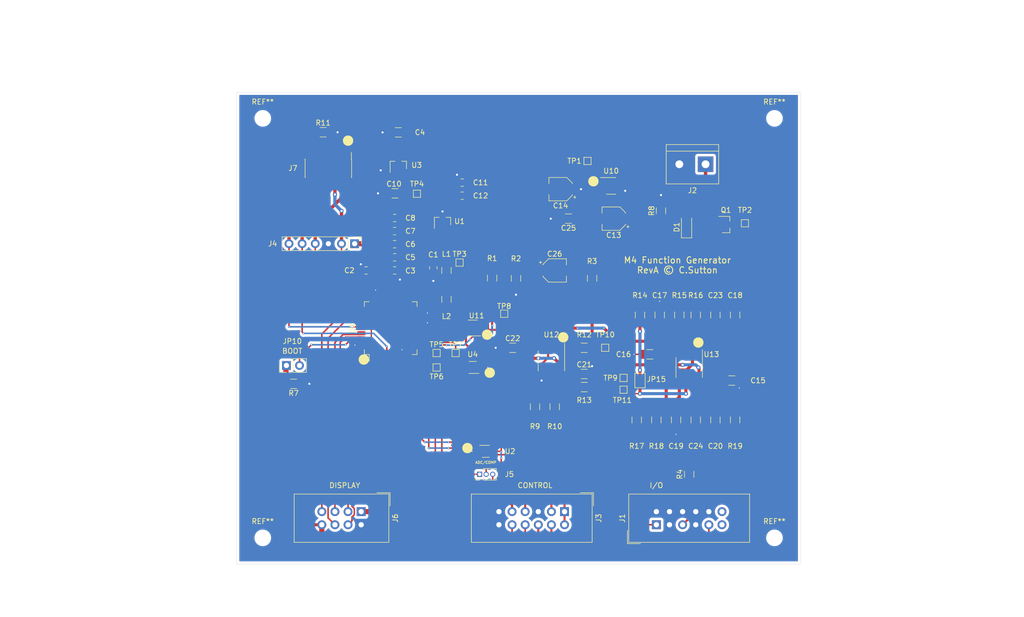
<source format=kicad_pcb>
(kicad_pcb (version 20171130) (host pcbnew "(5.1.5-0-10_14)")
  (layers (0 F.Cu signal) (31 B.Cu signal) (34 B.Paste user) (35 F.Paste user) (36 B.SilkS user) (37 F.SilkS user) (38 B.Mask user) (39 F.Mask user) (44 Edge.Cuts user))
  (net 0 "")
  (net 1 /PSU/3V3REF)
  (net 2 "Net-(C11-Pad2)")
  (net 3 "Net-(C13-Pad2)")
  (net 4 "Net-(C13-Pad1)")
  (net 5 /-5V)
  (net 6 "Net-(C17-Pad2)")
  (net 7 "Net-(C18-Pad2)")
  (net 8 "Net-(C18-Pad1)")
  (net 9 "Net-(C19-Pad2)")
  (net 10 "Net-(C20-Pad2)")
  (net 11 /FUNC_SIG_OUT)
  (net 12 "Net-(C26-Pad2)")
  (net 13 "Net-(C26-Pad1)")
  (net 14 "Net-(D1-Pad2)")
  (net 15 /TRIG_SIG_IN)
  (net 16 /FUNC_SYNC_OUT)
  (net 17 /PSU/VIN)
  (net 18 /MCU/BTN4)
  (net 19 /MCU/ENC_SW)
  (net 20 /MCU/BTN3)
  (net 21 /MCU/BTN2)
  (net 22 /MCU/ENC_B)
  (net 23 /MCU/BTN1)
  (net 24 /MCU/ENC_A)
  (net 25 /MCU/T_SWO)
  (net 26 /MCU/T_NRST)
  (net 27 /MCU/T_SWDIO)
  (net 28 /MCU/T_SWCLK)
  (net 29 /MCU/COMP1_INP)
  (net 30 /MCU/TFT_SCK)
  (net 31 /MCU/TFT_MOSI)
  (net 32 /MCU/TFT_DC)
  (net 33 /MCU/TFT_RST)
  (net 34 /MCU/TFT_CS)
  (net 35 "Net-(J7-Pad14)")
  (net 36 "Net-(J7-Pad13)")
  (net 37 "Net-(J7-Pad11)")
  (net 38 "Net-(J7-Pad10)")
  (net 39 "Net-(J7-Pad9)")
  (net 40 "Net-(J7-Pad2)")
  (net 41 "Net-(J7-Pad1)")
  (net 42 /MCU/FUNC1_SIG)
  (net 43 /MCU/FUNC1_DCBIAS)
  (net 44 "Net-(JP10-Pad2)")
  (net 45 "Net-(JP10-Pad1)")
  (net 46 "Net-(L2-Pad2)")
  (net 47 "Net-(R1-Pad1)")
  (net 48 /AnalogOutput/DCBIAS)
  (net 49 "Net-(R9-Pad2)")
  (net 50 "Net-(R10-Pad2)")
  (net 51 "Net-(R10-Pad1)")
  (net 52 "Net-(R12-Pad2)")
  (net 53 /MCU/CH1_MUX)
  (net 54 "Net-(U6-Pad58)")
  (net 55 "Net-(U6-Pad57)")
  (net 56 "Net-(U6-Pad55)")
  (net 57 "Net-(U6-Pad53)")
  (net 58 "Net-(U6-Pad51)")
  (net 59 "Net-(U6-Pad44)")
  (net 60 "Net-(U6-Pad43)")
  (net 61 "Net-(U6-Pad41)")
  (net 62 "Net-(U6-Pad40)")
  (net 63 /AnalogOutput/SG2_IN)
  (net 64 "Net-(U6-Pad37)")
  (net 65 "Net-(U6-Pad36)")
  (net 66 "Net-(U6-Pad35)")
  (net 67 "Net-(U6-Pad34)")
  (net 68 "Net-(U6-Pad33)")
  (net 69 "Net-(U6-Pad30)")
  (net 70 "Net-(U6-Pad26)")
  (net 71 /AnalogOutput/SG1_IN)
  (net 72 /AnalogOutput/SG0_IN)
  (net 73 "Net-(U6-Pad21)")
  (net 74 /AnalogOutput/DCBIAS_INVERT_IN)
  (net 75 "Net-(U6-Pad2)")
  (net 76 "Net-(U12-Pad3)")
  (net 77 GNDS)
  (net 78 /+3V3)
  (net 79 /+5V)
  (net 80 "Net-(U6-Pad46)")
  (net 81 "Net-(U6-Pad45)")
  (net 82 "Net-(U6-Pad39)")
  (net 83 "Net-(J5-Pad2)")
  (net 84 "Net-(U6-Pad25)")
  (net 85 /MCU/ADC_IN3)
  (net 86 /MCU/TIM2_TF1FP1)
  (net 87 "Net-(U6-Pad42)")
  (net 88 "Net-(U6-Pad38)")
  (net 89 "Net-(C20-Pad1)")
  (module MountingHole:MountingHole_2.2mm_M2 (layer F.Cu) (at 200.66 129.54)
    (fp_text reference REF** (at 0 -3.2) (layer F.SilkS))
    (fp_text value MountingHole_2.2mm_M2)
    (pad 1 np_thru_hole circle (at 0 0) (size 2.2 2.2) (drill 2.2) (layers *.Cu *.Mask))
  )
  (module MountingHole:MountingHole_2.2mm_M2 (layer F.Cu) (at 101.6 129.54)
    (fp_text reference REF** (at 0 -3.2) (layer F.SilkS))
    (fp_text value MountingHole_2.2mm_M2)
    (pad 1 np_thru_hole circle (at 0 0) (size 2.2 2.2) (drill 2.2) (layers *.Cu *.Mask))
  )
  (module MountingHole:MountingHole_2.2mm_M2 (layer F.Cu) (at 101.6 48.26)
    (fp_text reference REF** (at 0 -3.2) (layer F.SilkS))
    (fp_text value MountingHole_2.2mm_M2)
    (pad 1 np_thru_hole circle (at 0 0) (size 2.2 2.2) (drill 2.2) (layers *.Cu *.Mask))
  )
  (module MountingHole:MountingHole_2.2mm_M2 (layer F.Cu) (at 200.66 48.26)
    (fp_text reference REF** (at 0 -3.2) (layer F.SilkS))
    (fp_text value MountingHole_2.2mm_M2)
    (pad 1 np_thru_hole circle (at 0 0) (size 2.2 2.2) (drill 2.2) (layers *.Cu *.Mask))
  )
  (module Resistor_SMD:R_1206_3216Metric_Pad1.42x1.75mm_HandSolder (layer F.Cu) (at 184.15 117.221 90)
    (fp_text reference R4 (at 0 -1.82 90) (layer F.SilkS))
    (fp_text value 50R)
    (pad 2 smd roundrect (at 1.4875 0 90) (size 1.425 1.75) (layers F.Cu F.Paste F.Mask) (roundrect_rratio 0.175439) (net 89 "Net-(C20-Pad1)"))
    (pad 1 smd roundrect (at -1.4875 0 90) (size 1.425 1.75) (layers F.Cu F.Paste F.Mask) (roundrect_rratio 0.175439) (net 11 /FUNC_SIG_OUT))
  )
  (module Connector_IDC:IDC-Header_2x06_P2.54mm_Vertical (layer F.Cu) (at 160.02 124.46 270)
    (fp_text reference J3 (at 1.27 -6.604 90) (layer F.SilkS))
    (fp_text value Conn_02x06_Odd_Even)
    (pad 12 thru_hole oval (at 2.54 12.7 270) (size 1.7272 1.7272) (drill 1.016) (layers *.Cu *.Mask) (net 77 GNDS))
    (pad 11 thru_hole oval (at 0 12.7 270) (size 1.7272 1.7272) (drill 1.016) (layers *.Cu *.Mask) (net 77 GNDS))
    (pad 10 thru_hole oval (at 2.54 10.16 270) (size 1.7272 1.7272) (drill 1.016) (layers *.Cu *.Mask) (net 18 /MCU/BTN4))
    (pad 9 thru_hole oval (at 0 10.16 270) (size 1.7272 1.7272) (drill 1.016) (layers *.Cu *.Mask) (net 24 /MCU/ENC_A))
    (pad 8 thru_hole oval (at 2.54 7.62 270) (size 1.7272 1.7272) (drill 1.016) (layers *.Cu *.Mask) (net 20 /MCU/BTN3))
    (pad 7 thru_hole oval (at 0 7.62 270) (size 1.7272 1.7272) (drill 1.016) (layers *.Cu *.Mask) (net 22 /MCU/ENC_B))
    (pad 6 thru_hole oval (at 2.54 5.08 270) (size 1.7272 1.7272) (drill 1.016) (layers *.Cu *.Mask) (net 21 /MCU/BTN2))
    (pad 5 thru_hole oval (at 0 5.08 270) (size 1.7272 1.7272) (drill 1.016) (layers *.Cu *.Mask) (net 77 GNDS))
    (pad 4 thru_hole oval (at 2.54 2.54 270) (size 1.7272 1.7272) (drill 1.016) (layers *.Cu *.Mask) (net 23 /MCU/BTN1))
    (pad 3 thru_hole oval (at 0 2.54 270) (size 1.7272 1.7272) (drill 1.016) (layers *.Cu *.Mask) (net 19 /MCU/ENC_SW))
    (pad 2 thru_hole oval (at 2.54 0 270) (size 1.7272 1.7272) (drill 1.016) (layers *.Cu *.Mask) (net 78 /+3V3))
    (pad 1 thru_hole rect (at 0 0 270) (size 1.7272 1.7272) (drill 1.016) (layers *.Cu *.Mask) (net 78 /+3V3))
  )
  (module TestPoint:TestPoint_Pad_1.0x1.0mm (layer F.Cu) (at 171.45 100.838 180)
    (fp_text reference TP11 (at 0.254 -2.032) (layer F.SilkS))
    (fp_text value TestPoint)
    (pad 1 smd rect (at 0 0 180) (size 1 1) (layers F.Cu F.Mask) (net 89 "Net-(C20-Pad1)"))
  )
  (module TestPoint:TestPoint_Pad_1.0x1.0mm (layer F.Cu) (at 167.894 92.71)
    (fp_text reference TP10 (at 0 -2.54) (layer F.SilkS))
    (fp_text value TestPoint)
    (pad 1 smd rect (at 0 0) (size 1 1) (layers F.Cu F.Mask) (net 48 /AnalogOutput/DCBIAS))
  )
  (module TestPoint:TestPoint_Pad_1.0x1.0mm (layer F.Cu) (at 171.45 98.552)
    (fp_text reference TP9 (at -2.54 0) (layer F.SilkS))
    (fp_text value TestPoint)
    (pad 1 smd rect (at 0 0) (size 1 1) (layers F.Cu F.Mask) (net 12 "Net-(C26-Pad2)"))
  )
  (module TestPoint:TestPoint_Pad_1.0x1.0mm (layer F.Cu) (at 148.336 86.106)
    (fp_text reference TP8 (at 0 -1.448) (layer F.SilkS))
    (fp_text value TestPoint)
    (pad 1 smd rect (at 0 0) (size 1 1) (layers F.Cu F.Mask) (net 47 "Net-(R1-Pad1)"))
  )
  (module TestPoint:TestPoint_Pad_1.0x1.0mm (layer F.Cu) (at 138.938 93.726)
    (fp_text reference TP7 (at 0 -1.651) (layer F.SilkS))
    (fp_text value TestPoint)
    (pad 1 smd rect (at 0 0) (size 1 1) (layers F.Cu F.Mask) (net 43 /MCU/FUNC1_DCBIAS))
  )
  (module TestPoint:TestPoint_Pad_1.0x1.0mm (layer F.Cu) (at 135.255 96.52 180)
    (fp_text reference TP6 (at 0 -1.778) (layer F.SilkS))
    (fp_text value TestPoint)
    (pad 1 smd rect (at 0 0 180) (size 1 1) (layers F.Cu F.Mask) (net 74 /AnalogOutput/DCBIAS_INVERT_IN))
  )
  (module TestPoint:TestPoint_Pad_1.0x1.0mm (layer F.Cu) (at 135.255 93.726)
    (fp_text reference TP5 (at 0 -1.651) (layer F.SilkS))
    (fp_text value TestPoint)
    (pad 1 smd rect (at 0 0) (size 1 1) (layers F.Cu F.Mask) (net 42 /MCU/FUNC1_SIG))
  )
  (module TestPoint:TestPoint_Pad_1.0x1.0mm (layer F.Cu) (at 131.445 62.865)
    (fp_text reference TP4 (at 0 -1.905) (layer F.SilkS))
    (fp_text value TestPoint)
    (pad 1 smd rect (at 0 0) (size 1 1) (layers F.Cu F.Mask) (net 78 /+3V3))
  )
  (module TestPoint:TestPoint_Pad_1.0x1.0mm (layer F.Cu) (at 139.7 76.2)
    (fp_text reference TP3 (at 0 -1.651) (layer F.SilkS))
    (fp_text value TestPoint)
    (pad 1 smd rect (at 0 0) (size 1 1) (layers F.Cu F.Mask) (net 1 /PSU/3V3REF))
  )
  (module TestPoint:TestPoint_Pad_1.0x1.0mm (layer F.Cu) (at 194.945 68.58)
    (fp_text reference TP2 (at 0 -2.54) (layer F.SilkS))
    (fp_text value TestPoint)
    (pad 1 smd rect (at 0 0) (size 1 1) (layers F.Cu F.Mask) (net 79 /+5V))
  )
  (module TestPoint:TestPoint_Pad_1.0x1.0mm (layer F.Cu) (at 164.465 56.515)
    (fp_text reference TP1 (at -2.54 0) (layer F.SilkS))
    (fp_text value TestPoint)
    (pad 1 smd rect (at 0 0) (size 1 1) (layers F.Cu F.Mask) (net 5 /-5V))
  )
  (module Capacitor_SMD:C_1206_3216Metric_Pad1.42x1.75mm_HandSolder (layer F.Cu) (at 127.8382 50.9778 180)
    (fp_text reference C4 (at -4.191 0) (layer F.SilkS))
    (fp_text value 1uF)
    (pad 2 smd roundrect (at 1.4875 0 180) (size 1.425 1.75) (layers F.Cu F.Paste F.Mask) (roundrect_rratio 0.175439) (net 77 GNDS))
    (pad 1 smd roundrect (at -1.4875 0 180) (size 1.425 1.75) (layers F.Cu F.Paste F.Mask) (roundrect_rratio 0.175439) (net 79 /+5V))
  )
  (module Capacitor_SMD:C_1206_3216Metric_Pad1.42x1.75mm_HandSolder (layer F.Cu) (at 127.2032 62.7888 180)
    (fp_text reference C10 (at 0.2032 1.8288) (layer F.SilkS))
    (fp_text value 1uF)
    (pad 2 smd roundrect (at 1.4875 0 180) (size 1.425 1.75) (layers F.Cu F.Paste F.Mask) (roundrect_rratio 0.175439) (net 77 GNDS))
    (pad 1 smd roundrect (at -1.4875 0 180) (size 1.425 1.75) (layers F.Cu F.Paste F.Mask) (roundrect_rratio 0.175439) (net 78 /+3V3))
  )
  (module Package_TO_SOT_SMD:SOT-23 (layer F.Cu) (at 127.8382 57.3278 90)
    (fp_text reference U3 (at 0 3.556) (layer F.SilkS))
    (fp_text value MCP1754S-3302xCB)
    (pad 3 smd rect (at 1 0 90) (size 0.9 0.8) (layers F.Cu F.Paste F.Mask) (net 79 /+5V))
    (pad 2 smd rect (at -1 0.95 90) (size 0.9 0.8) (layers F.Cu F.Paste F.Mask) (net 78 /+3V3))
    (pad 1 smd rect (at -1 -0.95 90) (size 0.9 0.8) (layers F.Cu F.Paste F.Mask) (net 77 GNDS))
  )
  (module Package_TO_SOT_SMD:SOT-363_SC-70-6_Handsoldering (layer F.Cu) (at 142.24 96.52 180)
    (fp_text reference U4 (at 0 2.54) (layer F.SilkS))
    (fp_text value SN74LVC1G3157DCKR)
    (pad 6 smd rect (at 1.33 -0.65 180) (size 1.5 0.4) (layers F.Cu F.Paste F.Mask) (net 74 /AnalogOutput/DCBIAS_INVERT_IN))
    (pad 5 smd rect (at 1.33 0 180) (size 1.5 0.4) (layers F.Cu F.Paste F.Mask) (net 79 /+5V))
    (pad 4 smd rect (at 1.33 0.65 180) (size 1.5 0.4) (layers F.Cu F.Paste F.Mask) (net 43 /MCU/FUNC1_DCBIAS))
    (pad 3 smd rect (at -1.33 0.65 180) (size 1.5 0.4) (layers F.Cu F.Paste F.Mask) (net 76 "Net-(U12-Pad3)"))
    (pad 2 smd rect (at -1.33 0 180) (size 1.5 0.4) (layers F.Cu F.Paste F.Mask) (net 77 GNDS))
    (pad 1 smd rect (at -1.33 -0.65 180) (size 1.5 0.4) (layers F.Cu F.Paste F.Mask) (net 49 "Net-(R9-Pad2)"))
  )
  (module Package_TO_SOT_SMD:SOT-363_SC-70-6_Handsoldering (layer F.Cu) (at 144.78 112.776)
    (fp_text reference U2 (at 4.699 0) (layer F.SilkS))
    (fp_text value SN74LVC1G3157DCKR)
    (pad 6 smd rect (at 1.33 -0.65) (size 1.5 0.4) (layers F.Cu F.Paste F.Mask) (net 53 /MCU/CH1_MUX))
    (pad 5 smd rect (at 1.33 0) (size 1.5 0.4) (layers F.Cu F.Paste F.Mask) (net 78 /+3V3))
    (pad 4 smd rect (at 1.33 0.65) (size 1.5 0.4) (layers F.Cu F.Paste F.Mask) (net 15 /TRIG_SIG_IN))
    (pad 3 smd rect (at -1.33 0.65) (size 1.5 0.4) (layers F.Cu F.Paste F.Mask) (net 83 "Net-(J5-Pad2)"))
    (pad 2 smd rect (at -1.33 0) (size 1.5 0.4) (layers F.Cu F.Paste F.Mask) (net 77 GNDS))
    (pad 1 smd rect (at -1.33 -0.65) (size 1.5 0.4) (layers F.Cu F.Paste F.Mask) (net 86 /MCU/TIM2_TF1FP1))
  )
  (module Diode_SMD:D_SOD-123F (layer F.Cu) (at 183.642 69.215 90)
    (fp_text reference D1 (at -0.127 -1.905 90) (layer F.SilkS))
    (fp_text value 10V)
    (pad 2 smd rect (at 1.4 0 90) (size 1.1 1.1) (layers F.Cu F.Paste F.Mask) (net 14 "Net-(D1-Pad2)"))
    (pad 1 smd rect (at -1.4 0 90) (size 1.1 1.1) (layers F.Cu F.Paste F.Mask) (net 79 /+5V))
  )
  (module Capacitor_SMD:C_0805_2012Metric_Pad1.15x1.40mm_HandSolder (layer F.Cu) (at 140.208 63.246)
    (fp_text reference C12 (at 3.556 0) (layer F.SilkS))
    (fp_text value 100nF)
    (pad 2 smd roundrect (at 1.025 0) (size 1.15 1.4) (layers F.Cu F.Paste F.Mask) (roundrect_rratio 0.217391) (net 2 "Net-(C11-Pad2)"))
    (pad 1 smd roundrect (at -1.025 0) (size 1.15 1.4) (layers F.Cu F.Paste F.Mask) (roundrect_rratio 0.217391) (net 77 GNDS))
  )
  (module Capacitor_SMD:C_0805_2012Metric_Pad1.15x1.40mm_HandSolder (layer F.Cu) (at 140.208 60.706)
    (fp_text reference C11 (at 3.556 0) (layer F.SilkS))
    (fp_text value 1uF)
    (pad 2 smd roundrect (at 1.025 0) (size 1.15 1.4) (layers F.Cu F.Paste F.Mask) (roundrect_rratio 0.217391) (net 2 "Net-(C11-Pad2)"))
    (pad 1 smd roundrect (at -1.025 0) (size 1.15 1.4) (layers F.Cu F.Paste F.Mask) (roundrect_rratio 0.217391) (net 77 GNDS))
  )
  (module Capacitor_SMD:C_0805_2012Metric_Pad1.15x1.40mm_HandSolder (layer F.Cu) (at 127.127 67.564)
    (fp_text reference C8 (at 3.048 0) (layer F.SilkS))
    (fp_text value 100nF)
    (pad 2 smd roundrect (at 1.025 0) (size 1.15 1.4) (layers F.Cu F.Paste F.Mask) (roundrect_rratio 0.217391) (net 77 GNDS))
    (pad 1 smd roundrect (at -1.025 0) (size 1.15 1.4) (layers F.Cu F.Paste F.Mask) (roundrect_rratio 0.217391) (net 78 /+3V3))
  )
  (module Capacitor_SMD:C_0805_2012Metric_Pad1.15x1.40mm_HandSolder (layer F.Cu) (at 127.127 70.104)
    (fp_text reference C7 (at 3.048 0) (layer F.SilkS))
    (fp_text value 100nF)
    (pad 2 smd roundrect (at 1.025 0) (size 1.15 1.4) (layers F.Cu F.Paste F.Mask) (roundrect_rratio 0.217391) (net 77 GNDS))
    (pad 1 smd roundrect (at -1.025 0) (size 1.15 1.4) (layers F.Cu F.Paste F.Mask) (roundrect_rratio 0.217391) (net 78 /+3V3))
  )
  (module Capacitor_SMD:C_0805_2012Metric_Pad1.15x1.40mm_HandSolder (layer F.Cu) (at 127.127 72.644)
    (fp_text reference C6 (at 3.048 0) (layer F.SilkS))
    (fp_text value 100nF)
    (pad 2 smd roundrect (at 1.025 0) (size 1.15 1.4) (layers F.Cu F.Paste F.Mask) (roundrect_rratio 0.217391) (net 77 GNDS))
    (pad 1 smd roundrect (at -1.025 0) (size 1.15 1.4) (layers F.Cu F.Paste F.Mask) (roundrect_rratio 0.217391) (net 78 /+3V3))
  )
  (module Capacitor_SMD:C_0805_2012Metric_Pad1.15x1.40mm_HandSolder (layer F.Cu) (at 127.127 75.184)
    (fp_text reference C5 (at 3.048 0) (layer F.SilkS))
    (fp_text value 100nF)
    (pad 2 smd roundrect (at 1.025 0) (size 1.15 1.4) (layers F.Cu F.Paste F.Mask) (roundrect_rratio 0.217391) (net 77 GNDS))
    (pad 1 smd roundrect (at -1.025 0) (size 1.15 1.4) (layers F.Cu F.Paste F.Mask) (roundrect_rratio 0.217391) (net 78 /+3V3))
  )
  (module Capacitor_SMD:C_0805_2012Metric_Pad1.15x1.40mm_HandSolder (layer F.Cu) (at 127.127 77.724)
    (fp_text reference C3 (at 3.048 0.0635) (layer F.SilkS))
    (fp_text value 4.7uF)
    (pad 2 smd roundrect (at 1.025 0) (size 1.15 1.4) (layers F.Cu F.Paste F.Mask) (roundrect_rratio 0.217391) (net 77 GNDS))
    (pad 1 smd roundrect (at -1.025 0) (size 1.15 1.4) (layers F.Cu F.Paste F.Mask) (roundrect_rratio 0.217391) (net 78 /+3V3))
  )
  (module Capacitor_SMD:C_0805_2012Metric_Pad1.15x1.40mm_HandSolder (layer F.Cu) (at 121.6025 77.724 180)
    (fp_text reference C2 (at 3.2385 0) (layer F.SilkS))
    (fp_text value 1uF)
    (pad 2 smd roundrect (at 1.025 0 180) (size 1.15 1.4) (layers F.Cu F.Paste F.Mask) (roundrect_rratio 0.217391) (net 77 GNDS))
    (pad 1 smd roundrect (at -1.025 0 180) (size 1.15 1.4) (layers F.Cu F.Paste F.Mask) (roundrect_rratio 0.217391) (net 78 /+3V3))
  )
  (module Capacitor_SMD:C_0805_2012Metric_Pad1.15x1.40mm_HandSolder (layer F.Cu) (at 134.62 77.216 270)
    (fp_text reference C1 (at -2.54 0 180) (layer F.SilkS))
    (fp_text value 100nF)
    (pad 2 smd roundrect (at 1.025 0 270) (size 1.15 1.4) (layers F.Cu F.Paste F.Mask) (roundrect_rratio 0.217391) (net 77 GNDS))
    (pad 1 smd roundrect (at -1.025 0 270) (size 1.15 1.4) (layers F.Cu F.Paste F.Mask) (roundrect_rratio 0.217391) (net 1 /PSU/3V3REF))
  )
  (module Package_SO:SOIC-8_3.9x4.9mm_P1.27mm (layer F.Cu) (at 184.15 96.52 270)
    (fp_text reference U13 (at -2.54 -4.318 180) (layer F.SilkS))
    (fp_text value TL072)
    (pad 8 smd roundrect (at 2.475 -1.905 270) (size 1.95 0.6) (layers F.Cu F.Paste F.Mask) (net 79 /+5V))
    (pad 7 smd roundrect (at 2.475 -0.635 270) (size 1.95 0.6) (layers F.Cu F.Paste F.Mask) (net 89 "Net-(C20-Pad1)"))
    (pad 6 smd roundrect (at 2.475 0.635 270) (size 1.95 0.6) (layers F.Cu F.Paste F.Mask) (net 89 "Net-(C20-Pad1)"))
    (pad 5 smd roundrect (at 2.475 1.905 270) (size 1.95 0.6) (layers F.Cu F.Paste F.Mask) (net 9 "Net-(C19-Pad2)"))
    (pad 4 smd roundrect (at -2.475 1.905 270) (size 1.95 0.6) (layers F.Cu F.Paste F.Mask) (net 5 /-5V))
    (pad 3 smd roundrect (at -2.475 0.635 270) (size 1.95 0.6) (layers F.Cu F.Paste F.Mask) (net 6 "Net-(C17-Pad2)"))
    (pad 2 smd roundrect (at -2.475 -0.635 270) (size 1.95 0.6) (layers F.Cu F.Paste F.Mask) (net 8 "Net-(C18-Pad1)"))
    (pad 1 smd roundrect (at -2.475 -1.905 270) (size 1.95 0.6) (layers F.Cu F.Paste F.Mask) (net 8 "Net-(C18-Pad1)"))
  )
  (module Package_SO:SOIC-8_3.9x4.9mm_P1.27mm (layer F.Cu) (at 157.48 95.25 270)
    (fp_text reference U12 (at -5.08 0 180) (layer F.SilkS))
    (fp_text value TL072)
    (pad 8 smd roundrect (at 2.475 -1.905 270) (size 1.95 0.6) (layers F.Cu F.Paste F.Mask) (net 79 /+5V))
    (pad 7 smd roundrect (at 2.475 -0.635 270) (size 1.95 0.6) (layers F.Cu F.Paste F.Mask) (net 51 "Net-(R10-Pad1)"))
    (pad 6 smd roundrect (at 2.475 0.635 270) (size 1.95 0.6) (layers F.Cu F.Paste F.Mask) (net 50 "Net-(R10-Pad2)"))
    (pad 5 smd roundrect (at 2.475 1.905 270) (size 1.95 0.6) (layers F.Cu F.Paste F.Mask) (net 77 GNDS))
    (pad 4 smd roundrect (at -2.475 1.905 270) (size 1.95 0.6) (layers F.Cu F.Paste F.Mask) (net 5 /-5V))
    (pad 3 smd roundrect (at -2.475 0.635 270) (size 1.95 0.6) (layers F.Cu F.Paste F.Mask) (net 76 "Net-(U12-Pad3)"))
    (pad 2 smd roundrect (at -2.475 -0.635 270) (size 1.95 0.6) (layers F.Cu F.Paste F.Mask) (net 52 "Net-(R12-Pad2)"))
    (pad 1 smd roundrect (at -2.475 -1.905 270) (size 1.95 0.6) (layers F.Cu F.Paste F.Mask) (net 52 "Net-(R12-Pad2)"))
  )
  (module Package_TO_SOT_SMD:TSOT-23-8 (layer F.Cu) (at 142.24 88.9 180)
    (fp_text reference U11 (at -0.762 2.413) (layer F.SilkS))
    (fp_text value LTC6910)
    (pad 8 smd rect (at 1.31 -0.97 180) (size 1.22 0.4) (layers F.Cu F.Paste F.Mask) (net 79 /+5V))
    (pad 7 smd rect (at 1.31 -0.33 180) (size 1.22 0.4) (layers F.Cu F.Paste F.Mask) (net 63 /AnalogOutput/SG2_IN))
    (pad 6 smd rect (at 1.31 0.33 180) (size 1.22 0.4) (layers F.Cu F.Paste F.Mask) (net 71 /AnalogOutput/SG1_IN))
    (pad 5 smd rect (at 1.31 0.97 180) (size 1.22 0.4) (layers F.Cu F.Paste F.Mask) (net 72 /AnalogOutput/SG0_IN))
    (pad 4 smd rect (at -1.31 0.97 180) (size 1.22 0.4) (layers F.Cu F.Paste F.Mask) (net 5 /-5V))
    (pad 3 smd rect (at -1.31 0.33 180) (size 1.22 0.4) (layers F.Cu F.Paste F.Mask) (net 42 /MCU/FUNC1_SIG))
    (pad 2 smd rect (at -1.31 -0.33 180) (size 1.22 0.4) (layers F.Cu F.Paste F.Mask) (net 5 /-5V))
    (pad 1 smd rect (at -1.31 -0.97 180) (size 1.22 0.4) (layers F.Cu F.Paste F.Mask) (net 47 "Net-(R1-Pad1)"))
  )
  (module Package_TO_SOT_SMD:SOT-23-6_Handsoldering (layer F.Cu) (at 169.037 61.341)
    (fp_text reference U10 (at 0 -2.9) (layer F.SilkS))
    (fp_text value NCP1729)
    (pad 5 smd rect (at 1.35 0) (size 1.56 0.65) (layers F.Cu F.Paste F.Mask) (net 79 /+5V))
    (pad 6 smd rect (at 1.35 -0.95) (size 1.56 0.65) (layers F.Cu F.Paste F.Mask) (net 4 "Net-(C13-Pad1)"))
    (pad 4 smd rect (at 1.35 0.95) (size 1.56 0.65) (layers F.Cu F.Paste F.Mask) (net 77 GNDS))
    (pad 3 smd rect (at -1.35 0.95) (size 1.56 0.65) (layers F.Cu F.Paste F.Mask) (net 3 "Net-(C13-Pad2)"))
    (pad 2 smd rect (at -1.35 0) (size 1.56 0.65) (layers F.Cu F.Paste F.Mask) (net 79 /+5V))
    (pad 1 smd rect (at -1.35 -0.95) (size 1.56 0.65) (layers F.Cu F.Paste F.Mask) (net 5 /-5V))
  )
  (module Package_QFP:LQFP-64_10x10mm_P0.5mm (layer F.Cu) (at 126.365 88.9 90)
    (fp_text reference U6 (at 0 -7.4 90) (layer F.SilkS))
    (fp_text value STM32G474RET)
    (pad 64 smd roundrect (at -3.75 -5.675 90) (size 0.3 1.55) (layers F.Cu F.Paste F.Mask) (net 78 /+3V3))
    (pad 63 smd roundrect (at -3.25 -5.675 90) (size 0.3 1.55) (layers F.Cu F.Paste F.Mask) (net 77 GNDS))
    (pad 62 smd roundrect (at -2.75 -5.675 90) (size 0.3 1.55) (layers F.Cu F.Paste F.Mask) (net 33 /MCU/TFT_RST))
    (pad 61 smd roundrect (at -2.25 -5.675 90) (size 0.3 1.55) (layers F.Cu F.Paste F.Mask) (net 44 "Net-(JP10-Pad2)"))
    (pad 60 smd roundrect (at -1.75 -5.675 90) (size 0.3 1.55) (layers F.Cu F.Paste F.Mask) (net 34 /MCU/TFT_CS))
    (pad 59 smd roundrect (at -1.25 -5.675 90) (size 0.3 1.55) (layers F.Cu F.Paste F.Mask) (net 32 /MCU/TFT_DC))
    (pad 58 smd roundrect (at -0.75 -5.675 90) (size 0.3 1.55) (layers F.Cu F.Paste F.Mask) (net 54 "Net-(U6-Pad58)"))
    (pad 57 smd roundrect (at -0.25 -5.675 90) (size 0.3 1.55) (layers F.Cu F.Paste F.Mask) (net 55 "Net-(U6-Pad57)"))
    (pad 56 smd roundrect (at 0.25 -5.675 90) (size 0.3 1.55) (layers F.Cu F.Paste F.Mask) (net 25 /MCU/T_SWO))
    (pad 55 smd roundrect (at 0.75 -5.675 90) (size 0.3 1.55) (layers F.Cu F.Paste F.Mask) (net 56 "Net-(U6-Pad55)"))
    (pad 54 smd roundrect (at 1.25 -5.675 90) (size 0.3 1.55) (layers F.Cu F.Paste F.Mask) (net 31 /MCU/TFT_MOSI))
    (pad 53 smd roundrect (at 1.75 -5.675 90) (size 0.3 1.55) (layers F.Cu F.Paste F.Mask) (net 57 "Net-(U6-Pad53)"))
    (pad 52 smd roundrect (at 2.25 -5.675 90) (size 0.3 1.55) (layers F.Cu F.Paste F.Mask) (net 30 /MCU/TFT_SCK))
    (pad 51 smd roundrect (at 2.75 -5.675 90) (size 0.3 1.55) (layers F.Cu F.Paste F.Mask) (net 58 "Net-(U6-Pad51)"))
    (pad 50 smd roundrect (at 3.25 -5.675 90) (size 0.3 1.55) (layers F.Cu F.Paste F.Mask) (net 28 /MCU/T_SWCLK))
    (pad 49 smd roundrect (at 3.75 -5.675 90) (size 0.3 1.55) (layers F.Cu F.Paste F.Mask) (net 27 /MCU/T_SWDIO))
    (pad 48 smd roundrect (at 5.675 -3.75 90) (size 1.55 0.3) (layers F.Cu F.Paste F.Mask) (net 78 /+3V3))
    (pad 47 smd roundrect (at 5.675 -3.25 90) (size 1.55 0.3) (layers F.Cu F.Paste F.Mask) (net 77 GNDS))
    (pad 46 smd roundrect (at 5.675 -2.75 90) (size 1.55 0.3) (layers F.Cu F.Paste F.Mask) (net 80 "Net-(U6-Pad46)"))
    (pad 45 smd roundrect (at 5.675 -2.25 90) (size 1.55 0.3) (layers F.Cu F.Paste F.Mask) (net 81 "Net-(U6-Pad45)"))
    (pad 44 smd roundrect (at 5.675 -1.75 90) (size 1.55 0.3) (layers F.Cu F.Paste F.Mask) (net 59 "Net-(U6-Pad44)"))
    (pad 43 smd roundrect (at 5.675 -1.25 90) (size 1.55 0.3) (layers F.Cu F.Paste F.Mask) (net 60 "Net-(U6-Pad43)"))
    (pad 42 smd roundrect (at 5.675 -0.75 90) (size 1.55 0.3) (layers F.Cu F.Paste F.Mask) (net 87 "Net-(U6-Pad42)"))
    (pad 41 smd roundrect (at 5.675 -0.25 90) (size 1.55 0.3) (layers F.Cu F.Paste F.Mask) (net 61 "Net-(U6-Pad41)"))
    (pad 40 smd roundrect (at 5.675 0.25 90) (size 1.55 0.3) (layers F.Cu F.Paste F.Mask) (net 62 "Net-(U6-Pad40)"))
    (pad 39 smd roundrect (at 5.675 0.75 90) (size 1.55 0.3) (layers F.Cu F.Paste F.Mask) (net 82 "Net-(U6-Pad39)"))
    (pad 38 smd roundrect (at 5.675 1.25 90) (size 1.55 0.3) (layers F.Cu F.Paste F.Mask) (net 88 "Net-(U6-Pad38)"))
    (pad 37 smd roundrect (at 5.675 1.75 90) (size 1.55 0.3) (layers F.Cu F.Paste F.Mask) (net 64 "Net-(U6-Pad37)"))
    (pad 36 smd roundrect (at 5.675 2.25 90) (size 1.55 0.3) (layers F.Cu F.Paste F.Mask) (net 65 "Net-(U6-Pad36)"))
    (pad 35 smd roundrect (at 5.675 2.75 90) (size 1.55 0.3) (layers F.Cu F.Paste F.Mask) (net 66 "Net-(U6-Pad35)"))
    (pad 34 smd roundrect (at 5.675 3.25 90) (size 1.55 0.3) (layers F.Cu F.Paste F.Mask) (net 67 "Net-(U6-Pad34)"))
    (pad 33 smd roundrect (at 5.675 3.75 90) (size 1.55 0.3) (layers F.Cu F.Paste F.Mask) (net 68 "Net-(U6-Pad33)"))
    (pad 32 smd roundrect (at 3.75 5.675 90) (size 0.3 1.55) (layers F.Cu F.Paste F.Mask) (net 78 /+3V3))
    (pad 31 smd roundrect (at 3.25 5.675 90) (size 0.3 1.55) (layers F.Cu F.Paste F.Mask) (net 77 GNDS))
    (pad 30 smd roundrect (at 2.75 5.675 90) (size 0.3 1.55) (layers F.Cu F.Paste F.Mask) (net 69 "Net-(U6-Pad30)"))
    (pad 29 smd roundrect (at 2.25 5.675 90) (size 0.3 1.55) (layers F.Cu F.Paste F.Mask) (net 46 "Net-(L2-Pad2)"))
    (pad 28 smd roundrect (at 1.75 5.675 90) (size 0.3 1.55) (layers F.Cu F.Paste F.Mask) (net 2 "Net-(C11-Pad2)"))
    (pad 27 smd roundrect (at 1.25 5.675 90) (size 0.3 1.55) (layers F.Cu F.Paste F.Mask) (net 77 GNDS))
    (pad 26 smd roundrect (at 0.75 5.675 90) (size 0.3 1.55) (layers F.Cu F.Paste F.Mask) (net 70 "Net-(U6-Pad26)"))
    (pad 25 smd roundrect (at 0.25 5.675 90) (size 0.3 1.55) (layers F.Cu F.Paste F.Mask) (net 84 "Net-(U6-Pad25)"))
    (pad 24 smd roundrect (at -0.25 5.675 90) (size 0.3 1.55) (layers F.Cu F.Paste F.Mask) (net 72 /AnalogOutput/SG0_IN))
    (pad 23 smd roundrect (at -0.75 5.675 90) (size 0.3 1.55) (layers F.Cu F.Paste F.Mask) (net 71 /AnalogOutput/SG1_IN))
    (pad 22 smd roundrect (at -1.25 5.675 90) (size 0.3 1.55) (layers F.Cu F.Paste F.Mask) (net 63 /AnalogOutput/SG2_IN))
    (pad 21 smd roundrect (at -1.75 5.675 90) (size 0.3 1.55) (layers F.Cu F.Paste F.Mask) (net 73 "Net-(U6-Pad21)"))
    (pad 20 smd roundrect (at -2.25 5.675 90) (size 0.3 1.55) (layers F.Cu F.Paste F.Mask) (net 16 /FUNC_SYNC_OUT))
    (pad 19 smd roundrect (at -2.75 5.675 90) (size 0.3 1.55) (layers F.Cu F.Paste F.Mask) (net 43 /MCU/FUNC1_DCBIAS))
    (pad 18 smd roundrect (at -3.25 5.675 90) (size 0.3 1.55) (layers F.Cu F.Paste F.Mask) (net 42 /MCU/FUNC1_SIG))
    (pad 17 smd roundrect (at -3.75 5.675 90) (size 0.3 1.55) (layers F.Cu F.Paste F.Mask) (net 74 /AnalogOutput/DCBIAS_INVERT_IN))
    (pad 16 smd roundrect (at -5.675 3.75 90) (size 1.55 0.3) (layers F.Cu F.Paste F.Mask) (net 78 /+3V3))
    (pad 15 smd roundrect (at -5.675 3.25 90) (size 1.55 0.3) (layers F.Cu F.Paste F.Mask) (net 77 GNDS))
    (pad 14 smd roundrect (at -5.675 2.75 90) (size 1.55 0.3) (layers F.Cu F.Paste F.Mask) (net 85 /MCU/ADC_IN3))
    (pad 13 smd roundrect (at -5.675 2.25 90) (size 1.55 0.3) (layers F.Cu F.Paste F.Mask) (net 29 /MCU/COMP1_INP))
    (pad 12 smd roundrect (at -5.675 1.75 90) (size 1.55 0.3) (layers F.Cu F.Paste F.Mask) (net 86 /MCU/TIM2_TF1FP1))
    (pad 11 smd roundrect (at -5.675 1.25 90) (size 1.55 0.3) (layers F.Cu F.Paste F.Mask) (net 53 /MCU/CH1_MUX))
    (pad 10 smd roundrect (at -5.675 0.75 90) (size 1.55 0.3) (layers F.Cu F.Paste F.Mask) (net 19 /MCU/ENC_SW))
    (pad 9 smd roundrect (at -5.675 0.25 90) (size 1.55 0.3) (layers F.Cu F.Paste F.Mask) (net 22 /MCU/ENC_B))
    (pad 8 smd roundrect (at -5.675 -0.25 90) (size 1.55 0.3) (layers F.Cu F.Paste F.Mask) (net 24 /MCU/ENC_A))
    (pad 7 smd roundrect (at -5.675 -0.75 90) (size 1.55 0.3) (layers F.Cu F.Paste F.Mask) (net 26 /MCU/T_NRST))
    (pad 6 smd roundrect (at -5.675 -1.25 90) (size 1.55 0.3) (layers F.Cu F.Paste F.Mask) (net 18 /MCU/BTN4))
    (pad 5 smd roundrect (at -5.675 -1.75 90) (size 1.55 0.3) (layers F.Cu F.Paste F.Mask) (net 20 /MCU/BTN3))
    (pad 4 smd roundrect (at -5.675 -2.25 90) (size 1.55 0.3) (layers F.Cu F.Paste F.Mask) (net 21 /MCU/BTN2))
    (pad 3 smd roundrect (at -5.675 -2.75 90) (size 1.55 0.3) (layers F.Cu F.Paste F.Mask) (net 23 /MCU/BTN1))
    (pad 2 smd roundrect (at -5.675 -3.25 90) (size 1.55 0.3) (layers F.Cu F.Paste F.Mask) (net 75 "Net-(U6-Pad2)"))
    (pad 1 smd roundrect (at -5.675 -3.75 90) (size 1.55 0.3) (layers F.Cu F.Paste F.Mask) (net 78 /+3V3))
  )
  (module Package_TO_SOT_SMD:SOT-23 (layer F.Cu) (at 136.398 68.199 90)
    (fp_text reference U1 (at 0 3.302 180) (layer F.SilkS))
    (fp_text value NCP51460SN33T1G)
    (pad 3 smd rect (at 1 0 90) (size 0.9 0.8) (layers F.Cu F.Paste F.Mask) (net 77 GNDS))
    (pad 2 smd rect (at -1 0.95 90) (size 0.9 0.8) (layers F.Cu F.Paste F.Mask) (net 1 /PSU/3V3REF))
    (pad 1 smd rect (at -1 -0.95 90) (size 0.9 0.8) (layers F.Cu F.Paste F.Mask) (net 79 /+5V))
  )
  (module Resistor_SMD:R_1206_3216Metric_Pad1.42x1.75mm_HandSolder (layer F.Cu) (at 193.04 106.68 270)
    (fp_text reference R19 (at 5.08 0 180) (layer F.SilkS))
    (fp_text value 1K)
    (pad 2 smd roundrect (at 1.4875 0 270) (size 1.425 1.75) (layers F.Cu F.Paste F.Mask) (roundrect_rratio 0.175439) (net 10 "Net-(C20-Pad2)"))
    (pad 1 smd roundrect (at -1.4875 0 270) (size 1.425 1.75) (layers F.Cu F.Paste F.Mask) (roundrect_rratio 0.175439) (net 89 "Net-(C20-Pad1)"))
  )
  (module Resistor_SMD:R_1206_3216Metric_Pad1.42x1.75mm_HandSolder (layer F.Cu) (at 177.8 106.68 270)
    (fp_text reference R18 (at 5.08 0 180) (layer F.SilkS))
    (fp_text value 1K)
    (pad 2 smd roundrect (at 1.4875 0 270) (size 1.425 1.75) (layers F.Cu F.Paste F.Mask) (roundrect_rratio 0.175439) (net 10 "Net-(C20-Pad2)"))
    (pad 1 smd roundrect (at -1.4875 0 270) (size 1.425 1.75) (layers F.Cu F.Paste F.Mask) (roundrect_rratio 0.175439) (net 9 "Net-(C19-Pad2)"))
  )
  (module Resistor_SMD:R_1206_3216Metric_Pad1.42x1.75mm_HandSolder (layer F.Cu) (at 173.99 106.68 90)
    (fp_text reference R17 (at -5.08 0 180) (layer F.SilkS))
    (fp_text value 1K)
    (pad 2 smd roundrect (at 1.4875 0 90) (size 1.425 1.75) (layers F.Cu F.Paste F.Mask) (roundrect_rratio 0.175439) (net 8 "Net-(C18-Pad1)"))
    (pad 1 smd roundrect (at -1.4875 0 90) (size 1.425 1.75) (layers F.Cu F.Paste F.Mask) (roundrect_rratio 0.175439) (net 10 "Net-(C20-Pad2)"))
  )
  (module Resistor_SMD:R_1206_3216Metric_Pad1.42x1.75mm_HandSolder (layer F.Cu) (at 185.42 86.36 90)
    (fp_text reference R16 (at 3.81 0 180) (layer F.SilkS))
    (fp_text value 1K)
    (pad 2 smd roundrect (at 1.4875 0 90) (size 1.425 1.75) (layers F.Cu F.Paste F.Mask) (roundrect_rratio 0.175439) (net 7 "Net-(C18-Pad2)"))
    (pad 1 smd roundrect (at -1.4875 0 90) (size 1.425 1.75) (layers F.Cu F.Paste F.Mask) (roundrect_rratio 0.175439) (net 8 "Net-(C18-Pad1)"))
  )
  (module Resistor_SMD:R_1206_3216Metric_Pad1.42x1.75mm_HandSolder (layer F.Cu) (at 182.245 86.36 90)
    (fp_text reference R15 (at 3.81 0 180) (layer F.SilkS))
    (fp_text value 1K)
    (pad 2 smd roundrect (at 1.4875 0 90) (size 1.425 1.75) (layers F.Cu F.Paste F.Mask) (roundrect_rratio 0.175439) (net 7 "Net-(C18-Pad2)"))
    (pad 1 smd roundrect (at -1.4875 0 90) (size 1.425 1.75) (layers F.Cu F.Paste F.Mask) (roundrect_rratio 0.175439) (net 6 "Net-(C17-Pad2)"))
  )
  (module Resistor_SMD:R_1206_3216Metric_Pad1.42x1.75mm_HandSolder (layer F.Cu) (at 174.625 86.36 270)
    (fp_text reference R14 (at -3.81 0 180) (layer F.SilkS))
    (fp_text value 1K)
    (pad 2 smd roundrect (at 1.4875 0 270) (size 1.425 1.75) (layers F.Cu F.Paste F.Mask) (roundrect_rratio 0.175439) (net 12 "Net-(C26-Pad2)"))
    (pad 1 smd roundrect (at -1.4875 0 270) (size 1.425 1.75) (layers F.Cu F.Paste F.Mask) (roundrect_rratio 0.175439) (net 7 "Net-(C18-Pad2)"))
  )
  (module Resistor_SMD:R_1206_3216Metric_Pad1.42x1.75mm_HandSolder (layer F.Cu) (at 163.83 100.33 180)
    (fp_text reference R13 (at 0 -2.54) (layer F.SilkS))
    (fp_text value 100R)
    (pad 2 smd roundrect (at 1.4875 0 180) (size 1.425 1.75) (layers F.Cu F.Paste F.Mask) (roundrect_rratio 0.175439) (net 51 "Net-(R10-Pad1)"))
    (pad 1 smd roundrect (at -1.4875 0 180) (size 1.425 1.75) (layers F.Cu F.Paste F.Mask) (roundrect_rratio 0.175439) (net 48 /AnalogOutput/DCBIAS))
  )
  (module Resistor_SMD:R_1206_3216Metric_Pad1.42x1.75mm_HandSolder (layer F.Cu) (at 163.83 92.71 180)
    (fp_text reference R12 (at 0 2.54) (layer F.SilkS))
    (fp_text value 100R)
    (pad 2 smd roundrect (at 1.4875 0 180) (size 1.425 1.75) (layers F.Cu F.Paste F.Mask) (roundrect_rratio 0.175439) (net 52 "Net-(R12-Pad2)"))
    (pad 1 smd roundrect (at -1.4875 0 180) (size 1.425 1.75) (layers F.Cu F.Paste F.Mask) (roundrect_rratio 0.175439) (net 48 /AnalogOutput/DCBIAS))
  )
  (module Resistor_SMD:R_1206_3216Metric_Pad1.42x1.75mm_HandSolder (layer F.Cu) (at 113.284 50.9524)
    (fp_text reference R11 (at 0 -1.82) (layer F.SilkS))
    (fp_text value 100R)
    (pad 2 smd roundrect (at 1.4875 0) (size 1.425 1.75) (layers F.Cu F.Paste F.Mask) (roundrect_rratio 0.175439) (net 77 GNDS))
    (pad 1 smd roundrect (at -1.4875 0) (size 1.425 1.75) (layers F.Cu F.Paste F.Mask) (roundrect_rratio 0.175439) (net 37 "Net-(J7-Pad11)"))
  )
  (module Resistor_SMD:R_1206_3216Metric_Pad1.42x1.75mm_HandSolder (layer F.Cu) (at 158.115 104.14 270)
    (fp_text reference R10 (at 3.81 0 180) (layer F.SilkS))
    (fp_text value 1K)
    (pad 2 smd roundrect (at 1.4875 0 270) (size 1.425 1.75) (layers F.Cu F.Paste F.Mask) (roundrect_rratio 0.175439) (net 50 "Net-(R10-Pad2)"))
    (pad 1 smd roundrect (at -1.4875 0 270) (size 1.425 1.75) (layers F.Cu F.Paste F.Mask) (roundrect_rratio 0.175439) (net 51 "Net-(R10-Pad1)"))
  )
  (module Resistor_SMD:R_1206_3216Metric_Pad1.42x1.75mm_HandSolder (layer F.Cu) (at 154.305 104.14 270)
    (fp_text reference R9 (at 3.81 0 180) (layer F.SilkS))
    (fp_text value 1K)
    (pad 2 smd roundrect (at 1.4875 0 270) (size 1.425 1.75) (layers F.Cu F.Paste F.Mask) (roundrect_rratio 0.175439) (net 49 "Net-(R9-Pad2)"))
    (pad 1 smd roundrect (at -1.4875 0 270) (size 1.425 1.75) (layers F.Cu F.Paste F.Mask) (roundrect_rratio 0.175439) (net 50 "Net-(R10-Pad2)"))
  )
  (module Resistor_SMD:R_1206_3216Metric_Pad1.42x1.75mm_HandSolder (layer F.Cu) (at 178.689 66.167 90)
    (fp_text reference R8 (at 0 -1.82 90) (layer F.SilkS))
    (fp_text value 100K)
    (pad 2 smd roundrect (at 1.4875 0 90) (size 1.425 1.75) (layers F.Cu F.Paste F.Mask) (roundrect_rratio 0.175439) (net 77 GNDS))
    (pad 1 smd roundrect (at -1.4875 0 90) (size 1.425 1.75) (layers F.Cu F.Paste F.Mask) (roundrect_rratio 0.175439) (net 14 "Net-(D1-Pad2)"))
  )
  (module Resistor_SMD:R_1206_3216Metric_Pad1.42x1.75mm_HandSolder (layer F.Cu) (at 107.569 99.695 180)
    (fp_text reference R7 (at 0 -1.82) (layer F.SilkS))
    (fp_text value 10K)
    (pad 2 smd roundrect (at 1.4875 0 180) (size 1.425 1.75) (layers F.Cu F.Paste F.Mask) (roundrect_rratio 0.175439) (net 45 "Net-(JP10-Pad1)"))
    (pad 1 smd roundrect (at -1.4875 0 180) (size 1.425 1.75) (layers F.Cu F.Paste F.Mask) (roundrect_rratio 0.175439) (net 77 GNDS))
  )
  (module Resistor_SMD:R_1206_3216Metric_Pad1.42x1.75mm_HandSolder (layer F.Cu) (at 165.354 79.248 270)
    (fp_text reference R3 (at -3.302 0 180) (layer F.SilkS))
    (fp_text value 10K)
    (pad 2 smd roundrect (at 1.4875 0 270) (size 1.425 1.75) (layers F.Cu F.Paste F.Mask) (roundrect_rratio 0.175439) (net 48 /AnalogOutput/DCBIAS))
    (pad 1 smd roundrect (at -1.4875 0 270) (size 1.425 1.75) (layers F.Cu F.Paste F.Mask) (roundrect_rratio 0.175439) (net 12 "Net-(C26-Pad2)"))
  )
  (module Resistor_SMD:R_1206_3216Metric_Pad1.42x1.75mm_HandSolder (layer F.Cu) (at 150.622 79.248 90)
    (fp_text reference R2 (at 3.81 0 180) (layer F.SilkS))
    (fp_text value 10K)
    (pad 2 smd roundrect (at 1.4875 0 90) (size 1.425 1.75) (layers F.Cu F.Paste F.Mask) (roundrect_rratio 0.175439) (net 13 "Net-(C26-Pad1)"))
    (pad 1 smd roundrect (at -1.4875 0 90) (size 1.425 1.75) (layers F.Cu F.Paste F.Mask) (roundrect_rratio 0.175439) (net 77 GNDS))
  )
  (module Resistor_SMD:R_1206_3216Metric_Pad1.42x1.75mm_HandSolder (layer F.Cu) (at 145.9992 79.1972 90)
    (fp_text reference R1 (at 3.81 0 180) (layer F.SilkS))
    (fp_text value 560R)
    (pad 2 smd roundrect (at 1.4875 0 90) (size 1.425 1.75) (layers F.Cu F.Paste F.Mask) (roundrect_rratio 0.175439) (net 13 "Net-(C26-Pad1)"))
    (pad 1 smd roundrect (at -1.4875 0 90) (size 1.425 1.75) (layers F.Cu F.Paste F.Mask) (roundrect_rratio 0.175439) (net 47 "Net-(R1-Pad1)"))
  )
  (module Package_TO_SOT_SMD:SOT-23 (layer F.Cu) (at 191.262 68.834)
    (fp_text reference Q1 (at 0 -2.794) (layer F.SilkS))
    (fp_text value DMG2301L)
    (pad 3 smd rect (at 1 0) (size 0.9 0.8) (layers F.Cu F.Paste F.Mask) (net 17 /PSU/VIN))
    (pad 2 smd rect (at -1 0.95) (size 0.9 0.8) (layers F.Cu F.Paste F.Mask) (net 79 /+5V))
    (pad 1 smd rect (at -1 -0.95) (size 0.9 0.8) (layers F.Cu F.Paste F.Mask) (net 14 "Net-(D1-Pad2)"))
  )
  (module Inductor_SMD:L_1206_3216Metric_Pad1.42x1.75mm_HandSolder (layer F.Cu) (at 137.16 83.312 270)
    (fp_text reference L2 (at 3.302 0) (layer F.SilkS))
    (fp_text value 600R@100MHz)
    (pad 2 smd roundrect (at 1.4875 0 270) (size 1.425 1.75) (layers F.Cu F.Paste F.Mask) (roundrect_rratio 0.175439) (net 46 "Net-(L2-Pad2)"))
    (pad 1 smd roundrect (at -1.4875 0 270) (size 1.425 1.75) (layers F.Cu F.Paste F.Mask) (roundrect_rratio 0.175439) (net 78 /+3V3))
  )
  (module Inductor_SMD:L_1206_3216Metric_Pad1.42x1.75mm_HandSolder (layer F.Cu) (at 137.16 77.724 270)
    (fp_text reference L1 (at -3.175 0 180) (layer F.SilkS))
    (fp_text value 600R@100MHz)
    (pad 2 smd roundrect (at 1.4875 0 270) (size 1.425 1.75) (layers F.Cu F.Paste F.Mask) (roundrect_rratio 0.175439) (net 2 "Net-(C11-Pad2)"))
    (pad 1 smd roundrect (at -1.4875 0 270) (size 1.425 1.75) (layers F.Cu F.Paste F.Mask) (roundrect_rratio 0.175439) (net 1 /PSU/3V3REF))
  )
  (module Jumper:SolderJumper-2_P1.3mm_Open_Pad1.0x1.5mm (layer F.Cu) (at 174.625 99.06 270)
    (fp_text reference JP15 (at -0.254 -3.175 180) (layer F.SilkS))
    (fp_text value Jumper_NO_Small)
    (pad 1 smd rect (at -0.65 0 270) (size 1 1.5) (layers F.Cu F.Mask) (net 12 "Net-(C26-Pad2)"))
    (pad 2 smd rect (at 0.65 0 270) (size 1 1.5) (layers F.Cu F.Mask) (net 89 "Net-(C20-Pad1)"))
  )
  (module Connector_PinHeader_2.54mm:PinHeader_1x02_P2.54mm_Vertical (layer F.Cu) (at 106.172 96.139 90)
    (fp_text reference JP10 (at 4.699 1.143 180) (layer F.SilkS))
    (fp_text value Jumper_NC_Small)
    (pad 2 thru_hole oval (at 0 2.54 90) (size 1.7 1.7) (drill 1) (layers *.Cu *.Mask) (net 44 "Net-(JP10-Pad2)"))
    (pad 1 thru_hole rect (at 0 0 90) (size 1.7 1.7) (drill 1) (layers *.Cu *.Mask) (net 45 "Net-(JP10-Pad1)"))
  )
  (module Connector_PinHeader_1.27mm:PinHeader_2x07_P1.27mm_Vertical_SMD (layer F.Cu) (at 114.3 57.9374 270)
    (fp_text reference J7 (at -0.0254 6.858 180) (layer F.SilkS))
    (fp_text value Conn_02x07_Odd_Even)
    (pad 14 smd rect (at 1.95 3.81 270) (size 2.4 0.74) (layers F.Cu F.Paste F.Mask) (net 35 "Net-(J7-Pad14)"))
    (pad 13 smd rect (at -1.95 3.81 270) (size 2.4 0.74) (layers F.Cu F.Paste F.Mask) (net 36 "Net-(J7-Pad13)"))
    (pad 12 smd rect (at 1.95 2.54 270) (size 2.4 0.74) (layers F.Cu F.Paste F.Mask) (net 26 /MCU/T_NRST))
    (pad 11 smd rect (at -1.95 2.54 270) (size 2.4 0.74) (layers F.Cu F.Paste F.Mask) (net 37 "Net-(J7-Pad11)"))
    (pad 10 smd rect (at 1.95 1.27 270) (size 2.4 0.74) (layers F.Cu F.Paste F.Mask) (net 38 "Net-(J7-Pad10)"))
    (pad 9 smd rect (at -1.95 1.27 270) (size 2.4 0.74) (layers F.Cu F.Paste F.Mask) (net 39 "Net-(J7-Pad9)"))
    (pad 8 smd rect (at 1.95 0 270) (size 2.4 0.74) (layers F.Cu F.Paste F.Mask) (net 25 /MCU/T_SWO))
    (pad 7 smd rect (at -1.95 0 270) (size 2.4 0.74) (layers F.Cu F.Paste F.Mask) (net 77 GNDS))
    (pad 6 smd rect (at 1.95 -1.27 270) (size 2.4 0.74) (layers F.Cu F.Paste F.Mask) (net 28 /MCU/T_SWCLK))
    (pad 5 smd rect (at -1.95 -1.27 270) (size 2.4 0.74) (layers F.Cu F.Paste F.Mask) (net 77 GNDS))
    (pad 4 smd rect (at 1.95 -2.54 270) (size 2.4 0.74) (layers F.Cu F.Paste F.Mask) (net 27 /MCU/T_SWDIO))
    (pad 3 smd rect (at -1.95 -2.54 270) (size 2.4 0.74) (layers F.Cu F.Paste F.Mask) (net 78 /+3V3))
    (pad 2 smd rect (at 1.95 -3.81 270) (size 2.4 0.74) (layers F.Cu F.Paste F.Mask) (net 40 "Net-(J7-Pad2)"))
    (pad 1 smd rect (at -1.95 -3.81 270) (size 2.4 0.74) (layers F.Cu F.Paste F.Mask) (net 41 "Net-(J7-Pad1)"))
  )
  (module Connector_IDC:IDC-Header_2x04_P2.54mm_Vertical (layer F.Cu) (at 120.65 124.46 270)
    (fp_text reference J6 (at 1.27 -6.604 90) (layer F.SilkS))
    (fp_text value Conn_02x04_Odd_Even)
    (pad 8 thru_hole oval (at 2.54 7.62 270) (size 1.7272 1.7272) (drill 1.016) (layers *.Cu *.Mask) (net 78 /+3V3))
    (pad 7 thru_hole oval (at 0 7.62 270) (size 1.7272 1.7272) (drill 1.016) (layers *.Cu *.Mask) (net 30 /MCU/TFT_SCK))
    (pad 6 thru_hole oval (at 2.54 5.08 270) (size 1.7272 1.7272) (drill 1.016) (layers *.Cu *.Mask) (net 31 /MCU/TFT_MOSI))
    (pad 5 thru_hole oval (at 0 5.08 270) (size 1.7272 1.7272) (drill 1.016) (layers *.Cu *.Mask) (net 32 /MCU/TFT_DC))
    (pad 4 thru_hole oval (at 2.54 2.54 270) (size 1.7272 1.7272) (drill 1.016) (layers *.Cu *.Mask) (net 33 /MCU/TFT_RST))
    (pad 3 thru_hole oval (at 0 2.54 270) (size 1.7272 1.7272) (drill 1.016) (layers *.Cu *.Mask) (net 34 /MCU/TFT_CS))
    (pad 2 thru_hole oval (at 2.54 0 270) (size 1.7272 1.7272) (drill 1.016) (layers *.Cu *.Mask) (net 77 GNDS))
    (pad 1 thru_hole rect (at 0 0 270) (size 1.7272 1.7272) (drill 1.016) (layers *.Cu *.Mask) (net 78 /+3V3))
  )
  (module Connector_PinHeader_1.27mm:PinHeader_1x03_P1.27mm_Vertical (layer F.Cu) (at 143.5735 117.221 90)
    (fp_text reference J5 (at 0 5.7785 180) (layer F.SilkS))
    (fp_text value Conn_01x03)
    (pad 3 thru_hole oval (at 0 2.54 90) (size 1 1) (drill 0.65) (layers *.Cu *.Mask) (net 29 /MCU/COMP1_INP))
    (pad 2 thru_hole oval (at 0 1.27 90) (size 1 1) (drill 0.65) (layers *.Cu *.Mask) (net 83 "Net-(J5-Pad2)"))
    (pad 1 thru_hole rect (at 0 0 90) (size 1 1) (drill 0.65) (layers *.Cu *.Mask) (net 85 /MCU/ADC_IN3))
  )
  (module Connector_PinHeader_2.54mm:PinHeader_1x06_P2.54mm_Vertical (layer F.Cu) (at 119.38 72.5424 270)
    (fp_text reference J4 (at 0 15.875 180) (layer F.SilkS))
    (fp_text value Conn_01x06)
    (pad 6 thru_hole oval (at 0 12.7 270) (size 1.7 1.7) (drill 1) (layers *.Cu *.Mask) (net 25 /MCU/T_SWO))
    (pad 5 thru_hole oval (at 0 10.16 270) (size 1.7 1.7) (drill 1) (layers *.Cu *.Mask) (net 26 /MCU/T_NRST))
    (pad 4 thru_hole oval (at 0 7.62 270) (size 1.7 1.7) (drill 1) (layers *.Cu *.Mask) (net 27 /MCU/T_SWDIO))
    (pad 3 thru_hole oval (at 0 5.08 270) (size 1.7 1.7) (drill 1) (layers *.Cu *.Mask) (net 77 GNDS))
    (pad 2 thru_hole oval (at 0 2.54 270) (size 1.7 1.7) (drill 1) (layers *.Cu *.Mask) (net 28 /MCU/T_SWCLK))
    (pad 1 thru_hole rect (at 0 0 270) (size 1.7 1.7) (drill 1) (layers *.Cu *.Mask) (net 78 /+3V3))
  )
  (module TerminalBlock:TerminalBlock_bornier-2_P5.08mm (layer F.Cu) (at 187.325 57.15 180)
    (fp_text reference J2 (at 2.54 -5.08) (layer F.SilkS))
    (fp_text value Screw_Terminal_01x02)
    (pad 2 thru_hole circle (at 5.08 0 180) (size 3 3) (drill 1.52) (layers *.Cu *.Mask) (net 77 GNDS))
    (pad 1 thru_hole rect (at 0 0 180) (size 3 3) (drill 1.52) (layers *.Cu *.Mask) (net 17 /PSU/VIN))
  )
  (module Connector_IDC:IDC-Header_2x06_P2.54mm_Vertical (layer F.Cu) (at 177.8 127 90)
    (fp_text reference J1 (at 1.27 -6.604 90) (layer F.SilkS))
    (fp_text value Conn_02x05_Odd_Even)
    (pad 12 thru_hole oval (at 2.54 12.7 90) (size 1.7272 1.7272) (drill 1.016) (layers *.Cu *.Mask))
    (pad 11 thru_hole oval (at 0 12.7 90) (size 1.7272 1.7272) (drill 1.016) (layers *.Cu *.Mask))
    (pad 10 thru_hole oval (at 2.54 10.16 90) (size 1.7272 1.7272) (drill 1.016) (layers *.Cu *.Mask) (net 77 GNDS))
    (pad 9 thru_hole oval (at 0 10.16 90) (size 1.7272 1.7272) (drill 1.016) (layers *.Cu *.Mask) (net 15 /TRIG_SIG_IN))
    (pad 8 thru_hole oval (at 2.54 7.62 90) (size 1.7272 1.7272) (drill 1.016) (layers *.Cu *.Mask) (net 77 GNDS))
    (pad 7 thru_hole oval (at 0 7.62 90) (size 1.7272 1.7272) (drill 1.016) (layers *.Cu *.Mask) (net 77 GNDS))
    (pad 6 thru_hole oval (at 2.54 5.08 90) (size 1.7272 1.7272) (drill 1.016) (layers *.Cu *.Mask) (net 77 GNDS))
    (pad 5 thru_hole oval (at 0 5.08 90) (size 1.7272 1.7272) (drill 1.016) (layers *.Cu *.Mask) (net 11 /FUNC_SIG_OUT))
    (pad 4 thru_hole oval (at 2.54 2.54 90) (size 1.7272 1.7272) (drill 1.016) (layers *.Cu *.Mask) (net 77 GNDS))
    (pad 3 thru_hole oval (at 0 2.54 90) (size 1.7272 1.7272) (drill 1.016) (layers *.Cu *.Mask) (net 77 GNDS))
    (pad 2 thru_hole oval (at 2.54 0 90) (size 1.7272 1.7272) (drill 1.016) (layers *.Cu *.Mask) (net 77 GNDS))
    (pad 1 thru_hole rect (at 0 0 90) (size 1.7272 1.7272) (drill 1.016) (layers *.Cu *.Mask) (net 16 /FUNC_SYNC_OUT))
  )
  (module Capacitor_SMD:CP_Elec_4x5.7 (layer F.Cu) (at 158.115 77.724)
    (fp_text reference C26 (at 0 -3.2) (layer F.SilkS))
    (fp_text value CP)
    (pad 2 smd roundrect (at 1.8 0) (size 2.6 1.6) (layers F.Cu F.Paste F.Mask) (roundrect_rratio 0.15625) (net 12 "Net-(C26-Pad2)"))
    (pad 1 smd roundrect (at -1.8 0) (size 2.6 1.6) (layers F.Cu F.Paste F.Mask) (roundrect_rratio 0.15625) (net 13 "Net-(C26-Pad1)"))
  )
  (module Capacitor_SMD:C_1206_3216Metric_Pad1.42x1.75mm_HandSolder (layer F.Cu) (at 160.782 67.691 180)
    (fp_text reference C25 (at 0 -1.82) (layer F.SilkS))
    (fp_text value 100nF)
    (pad 2 smd roundrect (at 1.4875 0 180) (size 1.425 1.75) (layers F.Cu F.Paste F.Mask) (roundrect_rratio 0.175439) (net 77 GNDS))
    (pad 1 smd roundrect (at -1.4875 0 180) (size 1.425 1.75) (layers F.Cu F.Paste F.Mask) (roundrect_rratio 0.175439) (net 79 /+5V))
  )
  (module Capacitor_SMD:C_1206_3216Metric_Pad1.42x1.75mm_HandSolder (layer F.Cu) (at 185.42 106.68 270)
    (fp_text reference C24 (at 5.08 0 180) (layer F.SilkS))
    (fp_text value 1nF)
    (pad 2 smd roundrect (at 1.4875 0 270) (size 1.425 1.75) (layers F.Cu F.Paste F.Mask) (roundrect_rratio 0.175439) (net 10 "Net-(C20-Pad2)"))
    (pad 1 smd roundrect (at -1.4875 0 270) (size 1.425 1.75) (layers F.Cu F.Paste F.Mask) (roundrect_rratio 0.175439) (net 89 "Net-(C20-Pad1)"))
  )
  (module Capacitor_SMD:C_1206_3216Metric_Pad1.42x1.75mm_HandSolder (layer F.Cu) (at 189.23 86.36 90)
    (fp_text reference C23 (at 3.81 0 180) (layer F.SilkS))
    (fp_text value 1nF)
    (pad 2 smd roundrect (at 1.4875 0 90) (size 1.425 1.75) (layers F.Cu F.Paste F.Mask) (roundrect_rratio 0.175439) (net 7 "Net-(C18-Pad2)"))
    (pad 1 smd roundrect (at -1.4875 0 90) (size 1.425 1.75) (layers F.Cu F.Paste F.Mask) (roundrect_rratio 0.175439) (net 8 "Net-(C18-Pad1)"))
  )
  (module Capacitor_SMD:C_1206_3216Metric_Pad1.42x1.75mm_HandSolder (layer F.Cu) (at 149.987 92.71)
    (fp_text reference C22 (at 0 -1.82) (layer F.SilkS))
    (fp_text value 100nF)
    (pad 2 smd roundrect (at 1.4875 0) (size 1.425 1.75) (layers F.Cu F.Paste F.Mask) (roundrect_rratio 0.175439) (net 5 /-5V))
    (pad 1 smd roundrect (at -1.4875 0) (size 1.425 1.75) (layers F.Cu F.Paste F.Mask) (roundrect_rratio 0.175439) (net 77 GNDS))
  )
  (module Capacitor_SMD:C_1206_3216Metric_Pad1.42x1.75mm_HandSolder (layer F.Cu) (at 163.83 97.79)
    (fp_text reference C21 (at 0 -1.82) (layer F.SilkS))
    (fp_text value 100nF)
    (pad 2 smd roundrect (at 1.4875 0) (size 1.425 1.75) (layers F.Cu F.Paste F.Mask) (roundrect_rratio 0.175439) (net 77 GNDS))
    (pad 1 smd roundrect (at -1.4875 0) (size 1.425 1.75) (layers F.Cu F.Paste F.Mask) (roundrect_rratio 0.175439) (net 79 /+5V))
  )
  (module Capacitor_SMD:C_1206_3216Metric_Pad1.42x1.75mm_HandSolder (layer F.Cu) (at 189.23 106.68 270)
    (fp_text reference C20 (at 5.08 0 180) (layer F.SilkS))
    (fp_text value 1nF)
    (pad 2 smd roundrect (at 1.4875 0 270) (size 1.425 1.75) (layers F.Cu F.Paste F.Mask) (roundrect_rratio 0.175439) (net 10 "Net-(C20-Pad2)"))
    (pad 1 smd roundrect (at -1.4875 0 270) (size 1.425 1.75) (layers F.Cu F.Paste F.Mask) (roundrect_rratio 0.175439) (net 89 "Net-(C20-Pad1)"))
  )
  (module Capacitor_SMD:C_1206_3216Metric_Pad1.42x1.75mm_HandSolder (layer F.Cu) (at 181.61 106.68 90)
    (fp_text reference C19 (at -5.08 0 180) (layer F.SilkS))
    (fp_text value 1nF)
    (pad 2 smd roundrect (at 1.4875 0 90) (size 1.425 1.75) (layers F.Cu F.Paste F.Mask) (roundrect_rratio 0.175439) (net 9 "Net-(C19-Pad2)"))
    (pad 1 smd roundrect (at -1.4875 0 90) (size 1.425 1.75) (layers F.Cu F.Paste F.Mask) (roundrect_rratio 0.175439) (net 77 GNDS))
  )
  (module Capacitor_SMD:C_1206_3216Metric_Pad1.42x1.75mm_HandSolder (layer F.Cu) (at 193.04 86.36 90)
    (fp_text reference C18 (at 3.81 0 180) (layer F.SilkS))
    (fp_text value 1nF)
    (pad 2 smd roundrect (at 1.4875 0 90) (size 1.425 1.75) (layers F.Cu F.Paste F.Mask) (roundrect_rratio 0.175439) (net 7 "Net-(C18-Pad2)"))
    (pad 1 smd roundrect (at -1.4875 0 90) (size 1.425 1.75) (layers F.Cu F.Paste F.Mask) (roundrect_rratio 0.175439) (net 8 "Net-(C18-Pad1)"))
  )
  (module Capacitor_SMD:C_1206_3216Metric_Pad1.42x1.75mm_HandSolder (layer F.Cu) (at 178.435 86.36 270)
    (fp_text reference C17 (at -3.81 0 180) (layer F.SilkS))
    (fp_text value 1nF)
    (pad 2 smd roundrect (at 1.4875 0 270) (size 1.425 1.75) (layers F.Cu F.Paste F.Mask) (roundrect_rratio 0.175439) (net 6 "Net-(C17-Pad2)"))
    (pad 1 smd roundrect (at -1.4875 0 270) (size 1.425 1.75) (layers F.Cu F.Paste F.Mask) (roundrect_rratio 0.175439) (net 77 GNDS))
  )
  (module Capacitor_SMD:C_1206_3216Metric_Pad1.42x1.75mm_HandSolder (layer F.Cu) (at 176.53 93.98)
    (fp_text reference C16 (at -5.08 0) (layer F.SilkS))
    (fp_text value 100nF)
    (pad 2 smd roundrect (at 1.4875 0) (size 1.425 1.75) (layers F.Cu F.Paste F.Mask) (roundrect_rratio 0.175439) (net 5 /-5V))
    (pad 1 smd roundrect (at -1.4875 0) (size 1.425 1.75) (layers F.Cu F.Paste F.Mask) (roundrect_rratio 0.175439) (net 77 GNDS))
  )
  (module Capacitor_SMD:C_1206_3216Metric_Pad1.42x1.75mm_HandSolder (layer F.Cu) (at 192.405 99.06)
    (fp_text reference C15 (at 5.08 0) (layer F.SilkS))
    (fp_text value 100nF)
    (pad 2 smd roundrect (at 1.4875 0) (size 1.425 1.75) (layers F.Cu F.Paste F.Mask) (roundrect_rratio 0.175439) (net 77 GNDS))
    (pad 1 smd roundrect (at -1.4875 0) (size 1.425 1.75) (layers F.Cu F.Paste F.Mask) (roundrect_rratio 0.175439) (net 79 /+5V))
  )
  (module Capacitor_SMD:CP_Elec_4x5.7 (layer F.Cu) (at 159.258 61.976 180)
    (fp_text reference C14 (at 0 -3.2) (layer F.SilkS))
    (fp_text value 10uF)
    (pad 2 smd roundrect (at 1.8 0 180) (size 2.6 1.6) (layers F.Cu F.Paste F.Mask) (roundrect_rratio 0.15625) (net 5 /-5V))
    (pad 1 smd roundrect (at -1.8 0 180) (size 2.6 1.6) (layers F.Cu F.Paste F.Mask) (roundrect_rratio 0.15625) (net 77 GNDS))
  )
  (module Capacitor_SMD:CP_Elec_4x5.7 (layer F.Cu) (at 169.545 67.691 180)
    (fp_text reference C13 (at 0 -3.2) (layer F.SilkS))
    (fp_text value 10uF)
    (pad 2 smd roundrect (at 1.8 0 180) (size 2.6 1.6) (layers F.Cu F.Paste F.Mask) (roundrect_rratio 0.15625) (net 3 "Net-(C13-Pad2)"))
    (pad 1 smd roundrect (at -1.8 0 180) (size 2.6 1.6) (layers F.Cu F.Paste F.Mask) (roundrect_rratio 0.15625) (net 4 "Net-(C13-Pad1)"))
  )
  (gr_text BOOT (at 107.315 93.345) (layer F.SilkS) (effects (font (size 1 1))))
  (gr_text ADC/COMP (at 144.78 114.935) (layer F.SilkS) (effects (font (size 0.5 0.5) (thickness 0.1))))
  (gr_text I/O (at 177.8 119.38) (layer F.SilkS) (effects (font (size 1 1))))
  (gr_text CONTROL (at 154.305 119.38) (layer F.SilkS) (effects (font (size 1 1))))
  (gr_text DISPLAY (at 117.475 119.38) (layer F.SilkS) (effects (font (size 1 1))))
  (gr_text "M4 Function Generator\nRevA © C.Sutton" (at 181.864 76.708) (layer F.SilkS) (effects (font (size 1.2 1.2) (thickness 0.18))))
  (gr_circle (center 159.766 90.678) (end 159.766 90.678) (layer F.SilkS) (width 1))
  (gr_circle (center 145.034 90.17) (end 145.034 90.17) (layer F.SilkS) (width 1))
  (gr_circle (center 145.542 97.536) (end 145.542 97.536) (layer F.SilkS) (width 1))
  (gr_circle (center 141.224 112.141) (end 141.224 112.141) (layer F.SilkS) (width 1))
  (gr_circle (center 121.158 94.996) (end 121.158 94.996) (layer F.SilkS) (width 1))
  (gr_circle (center 118.11 52.578) (end 118.11 52.578) (layer F.SilkS) (width 1))
  (gr_circle (center 165.608 60.452) (end 165.608 60.452) (layer F.SilkS) (width 1))
  (gr_circle (center 185.928 91.694) (end 185.928 91.694) (layer F.SilkS) (width 1))
  (gr_line (start 96.52 134.62) (end 96.52 43.18) (layer Edge.Cuts) (width 0.05))
  (gr_line (start 205.74 134.62) (end 96.52 134.62) (layer Edge.Cuts) (width 0.05))
  (gr_line (start 205.74 43.18) (end 205.74 134.62) (layer Edge.Cuts) (width 0.05))
  (gr_line (start 96.52 43.18) (end 205.74 43.18) (layer Edge.Cuts) (width 0.05))
  (segment (start 134.6655 76.2365) (end 134.62 76.191) (width 0.65) (layer F.Cu) (net 1))
  (segment (start 137.16 76.2365) (end 134.6655 76.2365) (width 0.65) (layer F.Cu) (net 1))
  (segment (start 139.6635 76.2365) (end 139.7 76.2) (width 0.6) (layer F.Cu) (net 1))
  (segment (start 137.16 76.2365) (end 139.6635 76.2365) (width 0.6) (layer F.Cu) (net 1))
  (segment (start 137.348 76.0485) (end 137.16 76.2365) (width 0.65) (layer F.Cu) (net 1))
  (segment (start 137.348 69.199) (end 137.348 76.0485) (width 0.65) (layer F.Cu) (net 1))
  (segment (start 141.233 60.706) (end 141.233 63.246) (width 1) (layer F.Cu) (net 2))
  (segment (start 137.16 79.2115) (end 141.224 79.2115) (width 1) (layer F.Cu) (net 2))
  (segment (start 141.224 85.471) (end 141.224 79.2115) (width 0.3) (layer F.Cu) (net 2))
  (segment (start 139.545 87.15) (end 141.224 85.471) (width 0.3) (layer F.Cu) (net 2))
  (segment (start 132.04 87.15) (end 139.545 87.15) (width 0.3) (layer F.Cu) (net 2))
  (segment (start 141.224 79.2115) (end 141.224 63.745) (width 1) (layer F.Cu) (net 2))
  (segment (start 167.767 62.465) (end 167.767 67.691) (width 0.65) (layer F.Cu) (net 3))
  (segment (start 173.1645 65.8715) (end 171.345 67.691) (width 0.65) (layer F.Cu) (net 4))
  (segment (start 173.1645 60.391) (end 173.1645 65.8715) (width 0.65) (layer F.Cu) (net 4))
  (segment (start 170.387 60.391) (end 173.1645 60.391) (width 0.65) (layer F.Cu) (net 4))
  (segment (start 182.18 93.98) (end 182.245 94.045) (width 0.6) (layer F.Cu) (net 5))
  (segment (start 178.0175 93.98) (end 182.18 93.98) (width 0.6) (layer F.Cu) (net 5))
  (segment (start 151.5395 92.775) (end 151.4745 92.71) (width 0.6) (layer F.Cu) (net 5))
  (segment (start 155.575 92.775) (end 151.5395 92.775) (width 0.6) (layer F.Cu) (net 5))
  (segment (start 151.4745 90.6415) (end 151.4745 92.71) (width 0.4) (layer F.Cu) (net 5))
  (segment (start 150.063 89.23) (end 151.4745 90.6415) (width 0.4) (layer F.Cu) (net 5))
  (segment (start 143.556 87.93) (end 143.602 87.884) (width 0.4) (layer F.Cu) (net 5))
  (segment (start 143.55 87.93) (end 143.556 87.93) (width 0.4) (layer F.Cu) (net 5))
  (segment (start 143.55 87.93) (end 144.953 87.93) (width 0.4) (layer F.Cu) (net 5))
  (segment (start 145.212 88.189) (end 144.953 87.93) (width 0.4) (layer F.Cu) (net 5))
  (segment (start 145.212 89.23) (end 145.212 88.189) (width 0.4) (layer F.Cu) (net 5))
  (segment (start 143.55 89.23) (end 145.212 89.23) (width 0.4) (layer F.Cu) (net 5))
  (segment (start 145.212 89.23) (end 150.063 89.23) (width 0.4) (layer F.Cu) (net 5))
  (segment (start 155.575 92.775) (end 155.575 90.805) (width 0.6) (layer F.Cu) (net 5))
  (segment (start 155.575 90.805) (end 157.48 88.9) (width 0.6) (layer F.Cu) (net 5))
  (segment (start 157.48 88.9) (end 162.56 88.9) (width 0.6) (layer F.Cu) (net 5))
  (via (at 162.56 88.9) (size 0.4) (drill 0.2) (layers F.Cu B.Cu) (net 5))
  (segment (start 162.56 88.9) (end 167.64 88.9) (width 0.6) (layer B.Cu) (net 5))
  (via (at 167.64 88.9) (size 0.4) (drill 0.2) (layers F.Cu B.Cu) (net 5))
  (segment (start 167.64 88.9) (end 170.18 91.44) (width 0.6) (layer F.Cu) (net 5))
  (segment (start 170.18 91.44) (end 177.8 91.44) (width 0.6) (layer F.Cu) (net 5))
  (segment (start 178.0175 91.6575) (end 178.0175 93.98) (width 0.6) (layer F.Cu) (net 5))
  (segment (start 177.8 91.44) (end 178.0175 91.6575) (width 0.6) (layer F.Cu) (net 5))
  (segment (start 157.458 61.109) (end 158.176 60.391) (width 0.65) (layer F.Cu) (net 5))
  (segment (start 157.458 61.976) (end 157.458 61.109) (width 0.65) (layer F.Cu) (net 5))
  (segment (start 150.114 61.976) (end 143.55 68.54) (width 1) (layer F.Cu) (net 5))
  (segment (start 143.55 68.54) (end 143.55 87.669999) (width 1) (layer F.Cu) (net 5))
  (segment (start 157.458 61.976) (end 150.114 61.976) (width 1) (layer F.Cu) (net 5))
  (segment (start 164.465 60.325) (end 164.465 56.515) (width 0.6) (layer F.Cu) (net 5))
  (segment (start 164.399 60.391) (end 164.465 60.325) (width 0.6) (layer F.Cu) (net 5))
  (segment (start 158.176 60.391) (end 164.399 60.391) (width 0.65) (layer F.Cu) (net 5))
  (segment (start 164.399 60.391) (end 167.687 60.391) (width 0.65) (layer F.Cu) (net 5))
  (segment (start 182.245 87.8475) (end 178.435 87.8475) (width 0.6) (layer F.Cu) (net 6))
  (segment (start 182.245 89.535) (end 182.245 87.8475) (width 0.6) (layer F.Cu) (net 6))
  (segment (start 182.245 90.805) (end 182.245 89.535) (width 0.6) (layer F.Cu) (net 6))
  (segment (start 183.515 92.075) (end 182.245 90.805) (width 0.6) (layer F.Cu) (net 6))
  (segment (start 183.515 94.045) (end 183.515 92.075) (width 0.6) (layer F.Cu) (net 6))
  (segment (start 182.245 82.55) (end 182.245 84.8725) (width 0.6) (layer F.Cu) (net 7))
  (segment (start 174.625 82.55) (end 182.245 82.55) (width 0.6) (layer F.Cu) (net 7))
  (segment (start 174.625 84.8725) (end 174.625 82.55) (width 0.6) (layer F.Cu) (net 7))
  (segment (start 182.245 84.8725) (end 193.04 84.8725) (width 0.6) (layer F.Cu) (net 7))
  (segment (start 184.785 94.045) (end 186.055 94.045) (width 0.6) (layer F.Cu) (net 8))
  (segment (start 193.04 87.8475) (end 185.42 87.8475) (width 0.6) (layer F.Cu) (net 8))
  (segment (start 185.42 90.805) (end 185.42 87.8475) (width 0.6) (layer F.Cu) (net 8))
  (segment (start 186.055 91.44) (end 185.42 90.805) (width 0.6) (layer F.Cu) (net 8))
  (segment (start 186.055 94.045) (end 186.055 91.44) (width 0.6) (layer F.Cu) (net 8))
  (segment (start 179.07 103.505) (end 174.625 103.505) (width 0.6) (layer F.Cu) (net 8))
  (segment (start 179.705 102.87) (end 179.07 103.505) (width 0.6) (layer F.Cu) (net 8))
  (segment (start 179.705 98.171) (end 179.705 102.87) (width 0.6) (layer F.Cu) (net 8))
  (segment (start 173.99 104.14) (end 173.99 105.1925) (width 0.6) (layer F.Cu) (net 8))
  (segment (start 174.625 103.505) (end 173.99 104.14) (width 0.6) (layer F.Cu) (net 8))
  (segment (start 184.785 94.045) (end 184.785 95.885) (width 0.6) (layer F.Cu) (net 8))
  (segment (start 180.848 97.028) (end 179.705 98.171) (width 0.6) (layer F.Cu) (net 8))
  (segment (start 183.642 97.028) (end 180.848 97.028) (width 0.6) (layer F.Cu) (net 8))
  (segment (start 184.785 95.885) (end 183.642 97.028) (width 0.6) (layer F.Cu) (net 8))
  (segment (start 177.8 105.1925) (end 181.61 105.1925) (width 0.6) (layer F.Cu) (net 9))
  (segment (start 182.245 98.995) (end 182.245 102.235) (width 0.6) (layer F.Cu) (net 9))
  (segment (start 181.61 102.87) (end 181.61 105.1925) (width 0.6) (layer F.Cu) (net 9))
  (segment (start 182.245 102.235) (end 181.61 102.87) (width 0.6) (layer F.Cu) (net 9))
  (segment (start 173.99 108.1675) (end 177.8 108.1675) (width 0.6) (layer F.Cu) (net 10))
  (segment (start 185.42 108.1675) (end 189.23 108.1675) (width 0.6) (layer F.Cu) (net 10))
  (segment (start 189.23 108.1675) (end 193.04 108.1675) (width 0.6) (layer F.Cu) (net 10))
  (segment (start 177.8 108.1675) (end 177.8 110.49) (width 0.6) (layer F.Cu) (net 10))
  (segment (start 177.8 110.49) (end 185.42 110.49) (width 0.6) (layer F.Cu) (net 10))
  (segment (start 185.42 110.49) (end 185.42 108.1675) (width 0.6) (layer F.Cu) (net 10))
  (segment (start 182.88 127) (end 182.88 126.873) (width 0.3) (layer F.Cu) (net 11))
  (segment (start 184.206399 125.673601) (end 183.743599 126.136401) (width 0.3) (layer F.Cu) (net 11))
  (segment (start 183.743599 126.136401) (end 182.88 127) (width 0.4) (layer F.Cu) (net 11))
  (segment (start 184.156399 125.723601) (end 183.743599 126.136401) (width 0.4) (layer F.Cu) (net 11))
  (segment (start 184.156399 118.829101) (end 184.156399 125.723601) (width 0.4) (layer F.Cu) (net 11))
  (segment (start 184.277 118.7085) (end 184.156399 118.829101) (width 0.4) (layer F.Cu) (net 11))
  (segment (start 174.625 87.8475) (end 174.625 89.535) (width 0.6) (layer F.Cu) (net 12))
  (via (at 174.625 89.535) (size 0.8) (drill 0.4) (layers F.Cu B.Cu) (net 12))
  (segment (start 167.96875 77.8875) (end 164.465 77.8875) (width 0.6) (layer F.Cu) (net 12))
  (segment (start 170.18 80.09875) (end 167.96875 77.8875) (width 0.6) (layer F.Cu) (net 12))
  (segment (start 170.18 86.995) (end 170.18 80.09875) (width 0.6) (layer F.Cu) (net 12))
  (segment (start 171.0325 87.8475) (end 170.18 86.995) (width 0.6) (layer F.Cu) (net 12))
  (segment (start 174.625 87.8475) (end 171.0325 87.8475) (width 0.6) (layer F.Cu) (net 12))
  (segment (start 160.0785 77.8875) (end 159.915 77.724) (width 0.6) (layer F.Cu) (net 12))
  (segment (start 164.465 77.8875) (end 160.0785 77.8875) (width 0.6) (layer F.Cu) (net 12))
  (segment (start 174.625 98.41) (end 174.625 97.028) (width 0.6) (layer F.Cu) (net 12))
  (segment (start 174.625 89.535) (end 174.625 97.028) (width 0.6) (layer B.Cu) (net 12))
  (via (at 174.625 97.028) (size 0.8) (drill 0.4) (layers F.Cu B.Cu) (net 12))
  (segment (start 171.985 98.41) (end 171.45 98.945) (width 0.25) (layer F.Cu) (net 12))
  (segment (start 174.625 98.41) (end 171.985 98.41) (width 0.25) (layer F.Cu) (net 12))
  (segment (start 156.2785 77.7605) (end 156.315 77.724) (width 1) (layer F.Cu) (net 13))
  (segment (start 150.622 77.7605) (end 156.2785 77.7605) (width 1) (layer F.Cu) (net 13))
  (segment (start 146.05 77.7605) (end 150.622 77.7605) (width 1) (layer F.Cu) (net 13))
  (segment (start 145.9992 77.7097) (end 146.05 77.7605) (width 1) (layer F.Cu) (net 13))
  (segment (start 183.711 67.884) (end 190.262 67.884) (width 0.65) (layer F.Cu) (net 14))
  (segment (start 183.642 67.815) (end 183.711 67.884) (width 0.65) (layer F.Cu) (net 14))
  (segment (start 178.6525 67.945) (end 178.435 67.7275) (width 0.65) (layer F.Cu) (net 14))
  (segment (start 178.8495 67.815) (end 178.689 67.6545) (width 0.65) (layer F.Cu) (net 14))
  (segment (start 183.642 67.815) (end 178.8495 67.815) (width 0.65) (layer F.Cu) (net 14))
  (segment (start 187.96 129.794) (end 187.96 127) (width 0.3) (layer F.Cu) (net 15))
  (segment (start 153.558 113.426) (end 169.926 129.794) (width 0.3) (layer F.Cu) (net 15))
  (segment (start 169.926 129.794) (end 187.96 129.794) (width 0.3) (layer F.Cu) (net 15))
  (segment (start 146.11 113.426) (end 153.558 113.426) (width 0.3) (layer F.Cu) (net 15))
  (segment (start 173.228 127) (end 177.8 127) (width 0.3) (layer F.Cu) (net 16))
  (segment (start 154.051 107.823) (end 173.228 127) (width 0.3) (layer F.Cu) (net 16))
  (segment (start 130.683 97.917) (end 140.589 107.823) (width 0.3) (layer F.Cu) (net 16))
  (segment (start 140.589 107.823) (end 154.051 107.823) (width 0.3) (layer F.Cu) (net 16))
  (segment (start 131.1 91.15) (end 130.683 91.567) (width 0.3) (layer F.Cu) (net 16))
  (segment (start 130.683 91.567) (end 130.683 97.917) (width 0.3) (layer F.Cu) (net 16))
  (segment (start 132.04 91.15) (end 131.1 91.15) (width 0.3) (layer F.Cu) (net 16))
  (segment (start 192.405 68.691) (end 192.262 68.834) (width 0.65) (layer F.Cu) (net 17))
  (segment (start 192.262 64.627) (end 192.262 68.834) (width 0.65) (layer F.Cu) (net 17))
  (segment (start 191.135 63.5) (end 192.262 64.627) (width 0.65) (layer F.Cu) (net 17))
  (segment (start 187.325 62.23) (end 188.595 63.5) (width 0.65) (layer F.Cu) (net 17))
  (segment (start 188.595 63.5) (end 191.135 63.5) (width 0.65) (layer F.Cu) (net 17))
  (segment (start 187.325 57.15) (end 187.325 62.23) (width 0.65) (layer F.Cu) (net 17))
  (segment (start 125.115 94.575) (end 125.115 112.415) (width 0.25) (layer F.Cu) (net 18))
  (segment (start 149.86 128.905) (end 149.86 127) (width 0.3) (layer F.Cu) (net 18))
  (segment (start 140.97 129.54) (end 149.225 129.54) (width 0.3) (layer F.Cu) (net 18))
  (segment (start 149.225 129.54) (end 149.86 128.905) (width 0.3) (layer F.Cu) (net 18))
  (segment (start 125.115 113.685) (end 140.97 129.54) (width 0.3) (layer F.Cu) (net 18))
  (segment (start 125.115 112.415) (end 125.115 113.685) (width 0.3) (layer F.Cu) (net 18))
  (segment (start 127.115 104.1915) (end 127.115 94.575) (width 0.25) (layer F.Cu) (net 19))
  (segment (start 127.115 105.779) (end 127.115 104.1915) (width 0.25) (layer F.Cu) (net 19))
  (segment (start 127.119078 106.759943) (end 127.11875 105.778998) (width 0.25) (layer F.Cu) (net 19))
  (segment (start 127.11901 106.760011) (end 127.119078 106.759943) (width 0.3) (layer F.Cu) (net 19))
  (segment (start 127.11901 109.08501) (end 127.11901 106.760011) (width 0.25) (layer F.Cu) (net 19))
  (segment (start 138.049 120.015) (end 127.11901 109.08501) (width 0.3) (layer F.Cu) (net 19))
  (segment (start 143.51 120.015) (end 138.049 120.015) (width 0.3) (layer F.Cu) (net 19))
  (segment (start 143.51 120.015) (end 155.575 120.015) (width 0.4) (layer F.Cu) (net 19))
  (segment (start 157.48 121.92) (end 157.48 124.46) (width 0.4) (layer F.Cu) (net 19))
  (segment (start 155.575 120.015) (end 157.48 121.92) (width 0.4) (layer F.Cu) (net 19))
  (segment (start 124.615 115.09) (end 124.615 94.575) (width 0.25) (layer F.Cu) (net 20))
  (segment (start 124.615 115.725) (end 124.615 115.09) (width 0.3) (layer F.Cu) (net 20))
  (segment (start 139.7 130.81) (end 124.615 115.725) (width 0.3) (layer F.Cu) (net 20))
  (segment (start 152.4 129.54) (end 151.13 130.81) (width 0.3) (layer F.Cu) (net 20))
  (segment (start 151.13 130.81) (end 139.7 130.81) (width 0.3) (layer F.Cu) (net 20))
  (segment (start 152.4 127) (end 152.4 129.54) (width 0.3) (layer F.Cu) (net 20))
  (segment (start 124.115 94.575) (end 124.115 117.765) (width 0.25) (layer F.Cu) (net 21))
  (segment (start 154.94 130.175) (end 153.035 132.08) (width 0.4) (layer F.Cu) (net 21))
  (segment (start 153.035 132.08) (end 143.51 132.08) (width 0.4) (layer F.Cu) (net 21))
  (segment (start 154.94 127) (end 154.94 130.175) (width 0.4) (layer F.Cu) (net 21))
  (segment (start 138.43 132.08) (end 143.51 132.08) (width 0.3) (layer F.Cu) (net 21))
  (segment (start 124.115 117.765) (end 138.43 132.08) (width 0.3) (layer F.Cu) (net 21))
  (segment (start 126.619 110.236) (end 126.619 106.553) (width 0.25) (layer F.Cu) (net 22))
  (segment (start 126.619 106.553) (end 126.615 94.575) (width 0.25) (layer F.Cu) (net 22))
  (segment (start 138.049 121.666) (end 126.619 110.236) (width 0.3) (layer F.Cu) (net 22))
  (segment (start 151.511 121.666) (end 138.049 121.666) (width 0.3) (layer F.Cu) (net 22))
  (segment (start 152.4 122.555) (end 151.511 121.666) (width 0.3) (layer F.Cu) (net 22))
  (segment (start 152.4 122.555) (end 152.4 124.46) (width 0.4) (layer F.Cu) (net 22))
  (segment (start 157.48 129.54) (end 157.48 127) (width 0.4) (layer F.Cu) (net 23))
  (segment (start 137.16 133.35) (end 124.25 120.44) (width 0.3) (layer F.Cu) (net 23))
  (segment (start 153.67 133.35) (end 137.16 133.35) (width 0.3) (layer F.Cu) (net 23))
  (segment (start 157.48 129.54) (end 153.67 133.35) (width 0.3) (layer F.Cu) (net 23))
  (segment (start 123.615 119.805) (end 123.615 94.575) (width 0.25) (layer F.Cu) (net 23))
  (segment (start 124.25 120.44) (end 123.615 119.805) (width 0.25) (layer F.Cu) (net 23))
  (segment (start 126.115 94.575) (end 126.115 111.383) (width 0.25) (layer F.Cu) (net 24))
  (segment (start 149.86 123.238686) (end 149.225 122.603686) (width 0.4) (layer F.Cu) (net 24))
  (segment (start 149.86 124.46) (end 149.86 123.238686) (width 0.4) (layer F.Cu) (net 24))
  (segment (start 137.208686 122.603686) (end 137.16 122.555) (width 0.4) (layer F.Cu) (net 24))
  (segment (start 149.225 122.603686) (end 137.208686 122.603686) (width 0.4) (layer F.Cu) (net 24))
  (segment (start 126.115 111.383) (end 137.16 122.555) (width 0.3) (layer F.Cu) (net 24))
  (via (at 118.999 88.646) (size 0.4) (drill 0.2) (layers F.Cu B.Cu) (net 25))
  (segment (start 119.003 88.65) (end 118.999 88.646) (width 0.3) (layer F.Cu) (net 25))
  (segment (start 120.69 88.65) (end 119.003 88.65) (width 0.3) (layer F.Cu) (net 25))
  (segment (start 106.68 60.4774) (end 106.68 72.5424) (width 0.65) (layer F.Cu) (net 25))
  (segment (start 109.22 57.9374) (end 106.68 60.4774) (width 0.65) (layer F.Cu) (net 25))
  (segment (start 114.3 57.9374) (end 109.22 57.9374) (width 0.65) (layer F.Cu) (net 25))
  (segment (start 114.3 59.8874) (end 114.3 57.9374) (width 0.65) (layer F.Cu) (net 25))
  (segment (start 112.776 88.646) (end 106.68 88.646) (width 0.3) (layer B.Cu) (net 25))
  (via (at 106.68 88.646) (size 0.4) (drill 0.2) (layers F.Cu B.Cu) (net 25))
  (segment (start 118.999 88.646) (end 112.776 88.646) (width 0.3) (layer B.Cu) (net 25))
  (segment (start 106.68 88.646) (end 106.68 72.5424) (width 0.3) (layer F.Cu) (net 25))
  (segment (start 111.76 59.8874) (end 111.76 64.2874) (width 0.65) (layer F.Cu) (net 26))
  (segment (start 109.22 66.8274) (end 109.22 72.5424) (width 0.65) (layer F.Cu) (net 26))
  (segment (start 111.76 64.2874) (end 109.22 66.8274) (width 0.65) (layer F.Cu) (net 26))
  (via (at 125.603 92.456) (size 0.4) (drill 0.2) (layers F.Cu B.Cu) (net 26))
  (segment (start 125.615 92.468) (end 125.603 92.456) (width 0.3) (layer F.Cu) (net 26))
  (segment (start 125.615 94.575) (end 125.615 92.468) (width 0.3) (layer F.Cu) (net 26))
  (via (at 109.474 89.916) (size 0.4) (drill 0.2) (layers F.Cu B.Cu) (net 26))
  (segment (start 125.603 92.456) (end 123.063 89.916) (width 0.3) (layer B.Cu) (net 26))
  (segment (start 123.063 89.916) (end 109.756842 89.916) (width 0.3) (layer B.Cu) (net 26))
  (segment (start 109.756842 89.916) (end 109.474 89.916) (width 0.3) (layer B.Cu) (net 26))
  (segment (start 109.22 89.662) (end 109.22 72.5424) (width 0.3) (layer F.Cu) (net 26))
  (segment (start 109.474 89.916) (end 109.22 89.662) (width 0.3) (layer F.Cu) (net 26))
  (segment (start 119.915 85.15) (end 120.69 85.15) (width 0.3) (layer F.Cu) (net 27))
  (segment (start 111.76 82.55) (end 114.36 85.15) (width 0.3) (layer F.Cu) (net 27))
  (segment (start 114.36 85.15) (end 119.915 85.15) (width 0.3) (layer F.Cu) (net 27))
  (segment (start 111.76 68.7324) (end 116.84 63.6524) (width 0.65) (layer F.Cu) (net 27))
  (segment (start 111.76 72.5424) (end 111.76 68.7324) (width 0.65) (layer F.Cu) (net 27))
  (segment (start 116.84 63.6524) (end 116.84 59.8874) (width 0.65) (layer F.Cu) (net 27))
  (segment (start 111.76 72.5424) (end 111.76 82.55) (width 0.3) (layer F.Cu) (net 27))
  (segment (start 115.57 59.8874) (end 115.57 63.0174) (width 0.65) (layer F.Cu) (net 28))
  (via (at 115.57 63.0174) (size 0.8) (drill 0.4) (layers F.Cu B.Cu) (net 28))
  (segment (start 115.57 63.0174) (end 115.57 64.9224) (width 0.65) (layer B.Cu) (net 28))
  (via (at 116.84 66.1924) (size 0.8) (drill 0.4) (layers F.Cu B.Cu) (net 28))
  (segment (start 115.57 64.9224) (end 116.84 66.1924) (width 0.65) (layer B.Cu) (net 28))
  (segment (start 116.84 66.1924) (end 116.84 72.5424) (width 0.65) (layer F.Cu) (net 28))
  (segment (start 120.69 85.65) (end 121.868 85.65) (width 0.25) (layer F.Cu) (net 28))
  (segment (start 121.868 85.65) (end 122.047 85.471) (width 0.25) (layer F.Cu) (net 28))
  (segment (start 122.047 85.471) (end 122.047 84.582) (width 0.25) (layer F.Cu) (net 28))
  (segment (start 122.047 84.582) (end 120.65 83.185) (width 0.25) (layer F.Cu) (net 28))
  (segment (start 116.84 79.375) (end 116.84 72.5424) (width 0.3) (layer F.Cu) (net 28))
  (segment (start 120.65 83.185) (end 116.84 79.375) (width 0.3) (layer F.Cu) (net 28))
  (segment (start 146.1135 118.3005) (end 146.1135 117.221) (width 0.3) (layer F.Cu) (net 29))
  (segment (start 145.542 118.872) (end 146.1135 118.3005) (width 0.3) (layer F.Cu) (net 29))
  (segment (start 139.7 118.872) (end 145.542 118.872) (width 0.3) (layer F.Cu) (net 29))
  (segment (start 135.001 114.173) (end 139.7 118.872) (width 0.3) (layer F.Cu) (net 29))
  (segment (start 128.615 94.575) (end 128.615 101.945) (width 0.25) (layer F.Cu) (net 29))
  (segment (start 135.001 108.331) (end 135.001 114.173) (width 0.3) (layer F.Cu) (net 29))
  (segment (start 128.615 101.945) (end 135.001 108.331) (width 0.3) (layer F.Cu) (net 29))
  (segment (start 119.915 86.65) (end 120.69 86.65) (width 0.3) (layer F.Cu) (net 30))
  (segment (start 116.423 86.65) (end 119.915 86.65) (width 0.3) (layer F.Cu) (net 30))
  (segment (start 113.03 90.043) (end 116.423 86.65) (width 0.3) (layer F.Cu) (net 30))
  (segment (start 113.03 124.46) (end 113.03 90.043) (width 0.3) (layer F.Cu) (net 30))
  (segment (start 114.243601 125.673601) (end 114.243601 90.861399) (width 0.3) (layer F.Cu) (net 31))
  (segment (start 115.57 127) (end 114.243601 125.673601) (width 0.3) (layer F.Cu) (net 31))
  (segment (start 114.243601 90.861399) (end 117.455 87.65) (width 0.3) (layer F.Cu) (net 31))
  (segment (start 117.455 87.65) (end 120.69 87.65) (width 0.3) (layer F.Cu) (net 31))
  (segment (start 115.57 124.46) (end 115.57 91.694) (width 0.3) (layer F.Cu) (net 32))
  (segment (start 117.114 90.15) (end 120.69 90.15) (width 0.3) (layer F.Cu) (net 32))
  (segment (start 115.57 91.694) (end 117.114 90.15) (width 0.3) (layer F.Cu) (net 32))
  (segment (start 119.915 91.65) (end 120.69 91.65) (width 0.3) (layer F.Cu) (net 33))
  (segment (start 119.17 91.65) (end 119.915 91.65) (width 0.3) (layer F.Cu) (net 33))
  (segment (start 118.872 91.948) (end 119.17 91.65) (width 0.3) (layer F.Cu) (net 33))
  (segment (start 118.872 123.42587) (end 118.872 91.948) (width 0.3) (layer F.Cu) (net 33))
  (segment (start 118.872 126.238) (end 118.872 125.49413) (width 0.3) (layer F.Cu) (net 33))
  (segment (start 119.323601 123.877471) (end 118.872 123.42587) (width 0.3) (layer F.Cu) (net 33))
  (segment (start 118.872 125.49413) (end 119.323601 125.042529) (width 0.3) (layer F.Cu) (net 33))
  (segment (start 119.323601 125.042529) (end 119.323601 123.877471) (width 0.3) (layer F.Cu) (net 33))
  (segment (start 118.11 127) (end 118.872 126.238) (width 0.3) (layer F.Cu) (net 33))
  (segment (start 120.69 90.65) (end 117.6046 90.65) (width 0.3) (layer F.Cu) (net 34))
  (segment (start 117.6046 90.65) (end 116.586 91.6686) (width 0.3) (layer F.Cu) (net 34))
  (segment (start 116.586 91.6686) (end 116.586 118.4656) (width 0.3) (layer F.Cu) (net 34))
  (segment (start 118.11 119.9896) (end 118.11 124.46) (width 0.3) (layer F.Cu) (net 34))
  (segment (start 116.586 118.4656) (end 118.11 119.9896) (width 0.3) (layer F.Cu) (net 34))
  (segment (start 111.76 55.9874) (end 111.76 51.3699) (width 0.65) (layer F.Cu) (net 37))
  (segment (start 142.64 88.57) (end 142.564 88.646) (width 0.3) (layer F.Cu) (net 42))
  (segment (start 143.55 88.57) (end 142.64 88.57) (width 0.3) (layer F.Cu) (net 42))
  (segment (start 142.564 88.646) (end 142.564 90.227) (width 0.3) (layer F.Cu) (net 42))
  (via (at 141.732 91.059) (size 0.4) (drill 0.2) (layers F.Cu B.Cu) (net 42))
  (segment (start 142.564 90.227) (end 141.732 91.059) (width 0.3) (layer F.Cu) (net 42))
  (segment (start 135.255 93.726) (end 135.255 92.12501) (width 0.25) (layer F.Cu) (net 42))
  (via (at 137.159988 92.202) (size 0.4) (drill 0.2) (layers F.Cu B.Cu) (net 42))
  (segment (start 141.732 91.059) (end 140.589 92.202) (width 0.3) (layer B.Cu) (net 42))
  (segment (start 132.04 92.15) (end 137.107988 92.15) (width 0.3) (layer F.Cu) (net 42))
  (segment (start 140.589 92.202) (end 137.44283 92.202) (width 0.3) (layer B.Cu) (net 42))
  (segment (start 137.107988 92.15) (end 137.159988 92.202) (width 0.3) (layer F.Cu) (net 42))
  (segment (start 137.44283 92.202) (end 137.159988 92.202) (width 0.3) (layer B.Cu) (net 42))
  (segment (start 139.05 95.87) (end 140.91 95.87) (width 0.3) (layer F.Cu) (net 43))
  (segment (start 138.938 95.758) (end 139.05 95.87) (width 0.3) (layer F.Cu) (net 43))
  (segment (start 138.938 92.202) (end 138.938 95.758) (width 0.3) (layer F.Cu) (net 43))
  (segment (start 138.386 91.65) (end 138.938 92.202) (width 0.3) (layer F.Cu) (net 43))
  (segment (start 132.04 91.65) (end 138.386 91.65) (width 0.3) (layer F.Cu) (net 43))
  (segment (start 120.69 91.15) (end 118.5524 91.15) (width 0.3) (layer F.Cu) (net 44))
  (segment (start 118.5524 91.15) (end 118.5524 91.2008) (width 0.3) (layer F.Cu) (net 44))
  (segment (start 118.5524 91.2008) (end 117.6274 92.1258) (width 0.3) (layer F.Cu) (net 44))
  (via (at 117.6274 92.1258) (size 0.4) (drill 0.2) (layers F.Cu B.Cu) (net 44))
  (via (at 111.0234 92.1258) (size 0.4) (drill 0.2) (layers F.Cu B.Cu) (net 44))
  (segment (start 108.712 96.139) (end 108.712 94.4372) (width 0.3) (layer F.Cu) (net 44))
  (segment (start 117.6274 92.1258) (end 111.0234 92.1258) (width 0.3) (layer B.Cu) (net 44))
  (segment (start 110.823401 92.325799) (end 111.0234 92.1258) (width 0.3) (layer F.Cu) (net 44))
  (segment (start 108.712 94.4372) (end 110.823401 92.325799) (width 0.3) (layer F.Cu) (net 44))
  (segment (start 106.0815 96.2295) (end 106.172 96.139) (width 1) (layer F.Cu) (net 45))
  (segment (start 106.0815 99.695) (end 106.0815 96.2295) (width 1) (layer F.Cu) (net 45))
  (segment (start 137.16 85.512) (end 137.16 84.7995) (width 0.3) (layer F.Cu) (net 46))
  (segment (start 136.022 86.65) (end 137.16 85.512) (width 0.3) (layer F.Cu) (net 46))
  (segment (start 132.04 86.65) (end 136.022 86.65) (width 0.3) (layer F.Cu) (net 46))
  (segment (start 143.55 89.87) (end 145.9944 89.87) (width 0.4) (layer F.Cu) (net 47))
  (via (at 145.9944 89.87) (size 0.4) (drill 0.2) (layers F.Cu B.Cu) (net 47))
  (segment (start 145.9944 89.87) (end 145.9944 88.392) (width 0.4) (layer B.Cu) (net 47))
  (via (at 145.9992 88.392) (size 0.4) (drill 0.2) (layers F.Cu B.Cu) (net 47))
  (segment (start 145.9944 88.392) (end 145.9992 88.392) (width 0.4) (layer B.Cu) (net 47))
  (segment (start 145.9992 81.1927) (end 145.542 80.7355) (width 0.4) (layer F.Cu) (net 47))
  (segment (start 146.2024 86.106) (end 148.336 86.106) (width 0.25) (layer F.Cu) (net 47))
  (segment (start 145.9992 85.9028) (end 146.2024 86.106) (width 0.25) (layer F.Cu) (net 47))
  (segment (start 145.9992 88.392) (end 145.9992 85.9028) (width 0.4) (layer F.Cu) (net 47))
  (segment (start 145.9992 85.9028) (end 145.9992 81.1927) (width 0.4) (layer F.Cu) (net 47))
  (segment (start 165.354 92.6735) (end 165.3175 92.71) (width 0.6) (layer F.Cu) (net 48))
  (segment (start 165.354 80.7355) (end 165.354 92.6735) (width 0.6) (layer F.Cu) (net 48))
  (segment (start 167.894 92.71) (end 165.3175 92.71) (width 0.6) (layer F.Cu) (net 48))
  (segment (start 167.894 99.822) (end 167.894 92.71) (width 0.6) (layer F.Cu) (net 48))
  (segment (start 167.386 100.33) (end 167.894 99.822) (width 0.6) (layer F.Cu) (net 48))
  (segment (start 165.3175 100.33) (end 167.386 100.33) (width 0.6) (layer F.Cu) (net 48))
  (segment (start 148.8075 105.6275) (end 154.178 105.6275) (width 0.4) (layer F.Cu) (net 49))
  (segment (start 146.812 103.632) (end 148.8075 105.6275) (width 0.4) (layer F.Cu) (net 49))
  (segment (start 145.43 97.17) (end 146.812 98.552) (width 0.4) (layer F.Cu) (net 49))
  (segment (start 146.812 98.552) (end 146.812 103.632) (width 0.4) (layer F.Cu) (net 49))
  (segment (start 143.57 97.17) (end 145.43 97.17) (width 0.4) (layer F.Cu) (net 49))
  (segment (start 156.4275 105.6275) (end 157.988 105.6275) (width 0.6) (layer F.Cu) (net 50))
  (segment (start 156.21 105.41) (end 156.4275 105.6275) (width 0.6) (layer F.Cu) (net 50))
  (segment (start 156.21 102.87) (end 156.21 105.41) (width 0.6) (layer F.Cu) (net 50))
  (segment (start 154.305 102.6525) (end 155.9925 102.6525) (width 0.6) (layer F.Cu) (net 50))
  (segment (start 156.464 100.33) (end 154.559 100.33) (width 0.6) (layer F.Cu) (net 50))
  (segment (start 154.559 100.33) (end 154.305 100.584) (width 0.6) (layer F.Cu) (net 50))
  (segment (start 155.9925 102.6525) (end 156.21 102.87) (width 0.6) (layer F.Cu) (net 50))
  (segment (start 154.305 100.584) (end 154.305 102.6525) (width 0.6) (layer F.Cu) (net 50))
  (segment (start 156.845 99.949) (end 156.464 100.33) (width 0.6) (layer F.Cu) (net 50))
  (segment (start 156.845 97.725) (end 156.845 99.949) (width 0.6) (layer F.Cu) (net 50))
  (segment (start 158.115 102.5255) (end 157.988 102.6525) (width 0.6) (layer F.Cu) (net 51))
  (segment (start 158.115 97.725) (end 158.115 102.5255) (width 0.6) (layer F.Cu) (net 51))
  (segment (start 162.3425 101.9445) (end 161.6345 102.6525) (width 0.6) (layer F.Cu) (net 51))
  (segment (start 161.6345 102.6525) (end 157.988 102.6525) (width 0.6) (layer F.Cu) (net 51))
  (segment (start 162.3425 100.33) (end 162.3425 101.9445) (width 0.6) (layer F.Cu) (net 51))
  (segment (start 158.115 92.775) (end 158.115 91.059) (width 0.6) (layer F.Cu) (net 52))
  (segment (start 158.115 91.059) (end 159.385 91.059) (width 0.6) (layer F.Cu) (net 52))
  (segment (start 159.385 91.059) (end 159.385 92.775) (width 0.6) (layer F.Cu) (net 52))
  (segment (start 159.385 91.059) (end 162.306 91.059) (width 0.6) (layer F.Cu) (net 52))
  (segment (start 162.3425 91.0955) (end 162.3425 92.71) (width 0.6) (layer F.Cu) (net 52))
  (segment (start 162.306 91.059) (end 162.3425 91.0955) (width 0.6) (layer F.Cu) (net 52))
  (via (at 137.541 110.998) (size 0.4) (drill 0.2) (layers F.Cu B.Cu) (net 53))
  (segment (start 127.615 105.644) (end 132.715 110.744) (width 0.3) (layer F.Cu) (net 53))
  (segment (start 127.615 94.575) (end 127.615 105.644) (width 0.25) (layer F.Cu) (net 53))
  (segment (start 132.715 110.744) (end 132.969 110.998) (width 0.3) (layer F.Cu) (net 53))
  (via (at 132.969 110.998) (size 0.4) (drill 0.2) (layers F.Cu B.Cu) (net 53))
  (segment (start 132.969 110.998) (end 137.287 110.998) (width 0.3) (layer B.Cu) (net 53))
  (segment (start 137.287 110.998) (end 137.541 110.998) (width 0.3) (layer B.Cu) (net 53))
  (segment (start 145.06 112.126) (end 144.78 111.846) (width 0.3) (layer F.Cu) (net 53))
  (segment (start 146.11 112.126) (end 145.06 112.126) (width 0.3) (layer F.Cu) (net 53))
  (segment (start 144.78 111.846) (end 144.78 111.379) (width 0.3) (layer F.Cu) (net 53))
  (segment (start 144.78 111.379) (end 144.399 110.998) (width 0.3) (layer F.Cu) (net 53))
  (segment (start 144.399 110.998) (end 137.541 110.998) (width 0.3) (layer F.Cu) (net 53))
  (segment (start 140.93 89.23) (end 136.83 89.23) (width 0.3) (layer F.Cu) (net 63))
  (segment (start 135.91 90.15) (end 136.83 89.23) (width 0.3) (layer F.Cu) (net 63))
  (segment (start 132.04 90.15) (end 135.91 90.15) (width 0.3) (layer F.Cu) (net 63))
  (segment (start 132.04 89.65) (end 135.521 89.65) (width 0.3) (layer F.Cu) (net 71))
  (segment (start 136.601 88.57) (end 140.93 88.57) (width 0.3) (layer F.Cu) (net 71))
  (segment (start 135.521 89.65) (end 136.601 88.57) (width 0.3) (layer F.Cu) (net 71))
  (segment (start 140.02 87.93) (end 140.93 87.93) (width 0.3) (layer F.Cu) (net 72))
  (segment (start 136.53388 87.93) (end 140.02 87.93) (width 0.3) (layer F.Cu) (net 72))
  (segment (start 135.31388 89.15) (end 136.53388 87.93) (width 0.3) (layer F.Cu) (net 72))
  (segment (start 132.04 89.15) (end 135.31388 89.15) (width 0.3) (layer F.Cu) (net 72))
  (segment (start 140.91 97.17) (end 135.778 97.17) (width 0.3) (layer F.Cu) (net 74))
  (segment (start 135.778 97.17) (end 133.858 95.25) (width 0.3) (layer F.Cu) (net 74))
  (segment (start 133.858 95.25) (end 133.858 92.65001) (width 0.3) (layer F.Cu) (net 74))
  (segment (start 133.85799 92.65) (end 132.04 92.65) (width 0.3) (layer F.Cu) (net 74))
  (segment (start 133.858 92.65001) (end 133.85799 92.65) (width 0.3) (layer F.Cu) (net 74))
  (segment (start 143.620001 95.87) (end 143.57 95.819999) (width 0.4) (layer F.Cu) (net 76))
  (segment (start 155.59 95.87) (end 143.620001 95.87) (width 0.4) (layer F.Cu) (net 76))
  (segment (start 156.845 94.615) (end 155.59 95.87) (width 0.4) (layer F.Cu) (net 76))
  (segment (start 156.845 92.775) (end 156.845 94.615) (width 0.4) (layer F.Cu) (net 76))
  (segment (start 143.57 96.52) (end 145.161 96.52) (width 0.4) (layer F.Cu) (net 77))
  (via (at 145.161 96.52) (size 0.4) (drill 0.2) (layers F.Cu B.Cu) (net 77))
  (segment (start 150.622 80.7355) (end 150.622 82.423) (width 0.6) (layer F.Cu) (net 77))
  (via (at 150.622 82.423) (size 0.8) (drill 0.4) (layers F.Cu B.Cu) (net 77))
  (segment (start 148.4995 92.71) (end 146.685 92.71) (width 0.6) (layer F.Cu) (net 77))
  (via (at 146.685 92.71) (size 0.8) (drill 0.4) (layers F.Cu B.Cu) (net 77))
  (segment (start 155.575 97.725) (end 155.575 99.06) (width 0.6) (layer F.Cu) (net 77))
  (via (at 155.575 99.06) (size 0.8) (drill 0.4) (layers F.Cu B.Cu) (net 77))
  (segment (start 114.3 55.9874) (end 115.57 55.9874) (width 0.65) (layer F.Cu) (net 77))
  (segment (start 114.7715 50.9524) (end 116.078 50.9524) (width 0.65) (layer F.Cu) (net 77))
  (via (at 116.078 50.9524) (size 0.8) (drill 0.4) (layers F.Cu B.Cu) (net 77))
  (segment (start 114.3 55.9874) (end 114.3 53.7464) (width 0.65) (layer F.Cu) (net 77))
  (segment (start 114.7715 53.2749) (end 114.7715 50.9524) (width 0.65) (layer F.Cu) (net 77))
  (segment (start 114.3 53.7464) (end 114.7715 53.2749) (width 0.65) (layer F.Cu) (net 77))
  (segment (start 136.398 67.199) (end 136.398 66.294) (width 1) (layer F.Cu) (net 77))
  (via (at 136.398 66.294) (size 0.8) (drill 0.4) (layers F.Cu B.Cu) (net 77))
  (segment (start 134.62 78.241) (end 134.62 79.756) (width 1) (layer F.Cu) (net 77))
  (via (at 134.62 79.756) (size 0.8) (drill 0.4) (layers F.Cu B.Cu) (net 77))
  (segment (start 128.152 67.564) (end 128.152 79.3025) (width 1) (layer F.Cu) (net 77))
  (via (at 128.143 79.502) (size 0.8) (drill 0.4) (layers F.Cu B.Cu) (net 77))
  (segment (start 128.152 79.493) (end 128.143 79.502) (width 1) (layer F.Cu) (net 77))
  (segment (start 128.152 79.3025) (end 128.152 79.493) (width 1) (layer F.Cu) (net 77))
  (segment (start 120.5775 77.724) (end 120.5775 76.5265) (width 1) (layer F.Cu) (net 77))
  (via (at 120.5775 76.5265) (size 0.8) (drill 0.4) (layers F.Cu B.Cu) (net 77))
  (segment (start 109.0565 99.695) (end 109.769 99.695) (width 1) (layer F.Cu) (net 77))
  (via (at 110.617 99.695) (size 0.8) (drill 0.4) (layers F.Cu B.Cu) (net 77))
  (segment (start 109.769 99.695) (end 110.617 99.695) (width 1) (layer F.Cu) (net 77))
  (segment (start 143.323 112.776) (end 142.113 112.776) (width 0.3) (layer F.Cu) (net 77))
  (via (at 142.113 112.776) (size 0.4) (drill 0.2) (layers F.Cu B.Cu) (net 77))
  (segment (start 120.69 92.15) (end 119.432 92.15) (width 0.3) (layer F.Cu) (net 77))
  (via (at 119.432 92.2) (size 0.4) (drill 0.2) (layers F.Cu B.Cu) (net 77))
  (segment (start 119.432 92.15) (end 119.432 92.2) (width 0.3) (layer F.Cu) (net 77))
  (via (at 123.444 81.534) (size 0.4) (drill 0.2) (layers F.Cu B.Cu) (net 77))
  (segment (start 181.61 108.1675) (end 181.61 109.474) (width 0.3) (layer F.Cu) (net 77))
  (via (at 181.61 109.474) (size 0.4) (drill 0.2) (layers F.Cu B.Cu) (net 77))
  (segment (start 193.8925 99.935) (end 193.8655 99.962) (width 0.3) (layer F.Cu) (net 77))
  (segment (start 193.8925 99.06) (end 193.8925 99.935) (width 0.3) (layer F.Cu) (net 77))
  (via (at 193.8655 100.5205) (size 0.4) (drill 0.2) (layers F.Cu B.Cu) (net 77))
  (segment (start 193.8655 99.962) (end 193.8655 100.5205) (width 0.3) (layer F.Cu) (net 77))
  (segment (start 175.0425 93.98) (end 174.33 93.98) (width 0.3) (layer F.Cu) (net 77))
  (via (at 173.482 93.98) (size 0.4) (drill 0.2) (layers F.Cu B.Cu) (net 77))
  (segment (start 174.33 93.98) (end 173.482 93.98) (width 0.3) (layer F.Cu) (net 77))
  (segment (start 178.435 84.8725) (end 178.435 84.16) (width 0.3) (layer F.Cu) (net 77))
  (via (at 178.435 83.693) (size 0.4) (drill 0.2) (layers F.Cu B.Cu) (net 77))
  (segment (start 178.435 84.16) (end 178.435 83.693) (width 0.3) (layer F.Cu) (net 77))
  (segment (start 139.192 63.5) (end 139.192 59.191) (width 1) (layer F.Cu) (net 77))
  (via (at 139.192 59.182) (size 0.8) (drill 0.4) (layers F.Cu B.Cu) (net 77))
  (segment (start 159.2945 67.691) (end 157.353 67.691) (width 1) (layer F.Cu) (net 77))
  (via (at 157.353 67.691) (size 0.8) (drill 0.4) (layers F.Cu B.Cu) (net 77))
  (segment (start 178.689 64.6795) (end 178.689 63.967) (width 1) (layer F.Cu) (net 77))
  (via (at 178.689 63.119) (size 0.8) (drill 0.4) (layers F.Cu B.Cu) (net 77))
  (segment (start 178.689 63.967) (end 178.689 63.119) (width 1) (layer F.Cu) (net 77))
  (segment (start 161.058 61.976) (end 163.195 61.976) (width 1) (layer F.Cu) (net 77))
  (via (at 163.195 61.976) (size 0.8) (drill 0.4) (layers F.Cu B.Cu) (net 77))
  (segment (start 170.387 62.291) (end 171.767 62.291) (width 0.6) (layer F.Cu) (net 77))
  (via (at 171.767 62.291) (size 0.8) (drill 0.4) (layers F.Cu B.Cu) (net 77))
  (segment (start 171.7695 62.2935) (end 171.767 62.291) (width 0.6) (layer F.Cu) (net 77))
  (via (at 124.4252 58.3278) (size 0.8) (drill 0.4) (layers F.Cu B.Cu) (net 77))
  (segment (start 126.3507 50.9778) (end 124.7902 50.9778) (width 1) (layer F.Cu) (net 77))
  (via (at 124.7902 50.9778) (size 0.8) (drill 0.4) (layers F.Cu B.Cu) (net 77))
  (via (at 123.9012 62.7888) (size 0.8) (drill 0.4) (layers F.Cu B.Cu) (net 77))
  (segment (start 125.7157 62.7888) (end 123.9012 62.7888) (width 1) (layer F.Cu) (net 77))
  (segment (start 126.8882 58.3278) (end 124.4252 58.3278) (width 1) (layer F.Cu) (net 77))
  (segment (start 129.615 94.575) (end 129.615 93.43724) (width 0.3) (layer F.Cu) (net 77))
  (segment (start 129.615 93.43724) (end 129.26876 93.091) (width 0.3) (layer F.Cu) (net 77))
  (via (at 128.524 93.091) (size 0.4) (drill 0.2) (layers F.Cu B.Cu) (net 77))
  (segment (start 129.26876 93.091) (end 128.524 93.091) (width 0.3) (layer F.Cu) (net 77))
  (segment (start 132.04 87.65) (end 133.243 87.65) (width 0.3) (layer F.Cu) (net 77))
  (segment (start 133.243 87.65) (end 133.477 87.884) (width 0.3) (layer F.Cu) (net 77))
  (via (at 133.477 87.884) (size 0.4) (drill 0.2) (layers F.Cu B.Cu) (net 77))
  (via (at 133.477 85.979) (size 0.4) (drill 0.2) (layers F.Cu B.Cu) (net 77))
  (segment (start 132.04 85.65) (end 133.148 85.65) (width 0.3) (layer F.Cu) (net 77))
  (segment (start 133.148 85.65) (end 133.477 85.979) (width 0.3) (layer F.Cu) (net 77))
  (segment (start 123.115 81.863) (end 123.444 81.534) (width 0.25) (layer F.Cu) (net 77))
  (segment (start 123.115 83.225) (end 123.115 81.863) (width 0.25) (layer F.Cu) (net 77))
  (via (at 165.354 96.266) (size 0.8) (drill 0.4) (layers F.Cu B.Cu) (net 77))
  (segment (start 165.3175 97.79) (end 165.3175 96.3025) (width 0.6) (layer F.Cu) (net 77))
  (segment (start 165.3175 96.3025) (end 165.354 96.266) (width 0.6) (layer F.Cu) (net 77))
  (segment (start 120.69 92.65) (end 120.69 94.02) (width 0.3) (layer F.Cu) (net 78))
  (segment (start 121.245 94.575) (end 122.615 94.575) (width 0.3) (layer F.Cu) (net 78))
  (segment (start 120.69 94.02) (end 121.245 94.575) (width 0.3) (layer F.Cu) (net 78))
  (segment (start 116.84 57.9374) (end 116.84 55.9874) (width 0.65) (layer F.Cu) (net 78))
  (segment (start 121.412 57.9374) (end 116.84 57.9374) (width 0.65) (layer F.Cu) (net 78))
  (segment (start 121.412 72.5424) (end 121.412 57.9374) (width 0.65) (layer F.Cu) (net 78))
  (segment (start 119.498 72.5424) (end 119.38 72.6604) (width 0.3) (layer F.Cu) (net 78))
  (segment (start 119.38 72.5424) (end 119.498 72.5424) (width 0.3) (layer F.Cu) (net 78))
  (segment (start 126.102 77.724) (end 126.102 67.564) (width 1) (layer F.Cu) (net 78))
  (segment (start 126.102 67.564) (end 126.102 66.412) (width 1) (layer F.Cu) (net 78))
  (segment (start 122.615 82.45) (end 122.615 83.225) (width 0.3) (layer F.Cu) (net 78))
  (segment (start 126.102 77.724) (end 122.615 77.724) (width 0.3) (layer F.Cu) (net 78))
  (segment (start 132.04 85.15) (end 132.04001 85.14999) (width 0.3) (layer F.Cu) (net 78))
  (segment (start 105.156 127) (end 113.03 127) (width 0.6) (layer F.Cu) (net 78))
  (segment (start 103.378 125.222) (end 105.156 127) (width 0.6) (layer F.Cu) (net 78))
  (segment (start 106.934 48.1584) (end 103.378 51.7144) (width 0.6) (layer F.Cu) (net 78))
  (segment (start 118.364 48.1584) (end 106.934 48.1584) (width 0.6) (layer F.Cu) (net 78))
  (segment (start 103.378 51.7144) (end 103.378 125.222) (width 0.6) (layer F.Cu) (net 78))
  (segment (start 121.412 51.2064) (end 118.364 48.1584) (width 0.6) (layer F.Cu) (net 78))
  (segment (start 121.412 57.9374) (end 121.412 51.2064) (width 0.6) (layer F.Cu) (net 78))
  (segment (start 128.7882 58.3278) (end 128.7882 60.4368) (width 0.65) (layer F.Cu) (net 78))
  (segment (start 128.7882 60.4368) (end 128.7882 62.6373) (width 0.65) (layer F.Cu) (net 78))
  (segment (start 128.7882 60.4368) (end 128.7222 60.5028) (width 0.6) (layer F.Cu) (net 78))
  (segment (start 128.7882 62.6373) (end 128.6367 62.7888) (width 0.65) (layer F.Cu) (net 78))
  (segment (start 128.6907 58.4253) (end 128.7882 58.3278) (width 0.65) (layer F.Cu) (net 78))
  (segment (start 128.6907 63.8233) (end 128.6907 62.7888) (width 1) (layer F.Cu) (net 78))
  (segment (start 126.102 66.412) (end 128.6907 63.8233) (width 1) (layer F.Cu) (net 78))
  (segment (start 126.0004 72.5424) (end 119.38 72.5424) (width 1) (layer F.Cu) (net 78))
  (segment (start 126.102 72.644) (end 126.0004 72.5424) (width 1) (layer F.Cu) (net 78))
  (segment (start 128.7669 62.865) (end 128.6907 62.7888) (width 0.6) (layer F.Cu) (net 78))
  (segment (start 131.445 62.865) (end 128.7669 62.865) (width 0.6) (layer F.Cu) (net 78))
  (via (at 147.7645 114.1095) (size 0.4) (drill 0.2) (layers F.Cu B.Cu) (net 78))
  (via (at 147.7645 112.8395) (size 0.4) (drill 0.2) (layers F.Cu B.Cu) (net 78))
  (segment (start 147.701 112.776) (end 147.7645 112.8395) (width 0.3) (layer F.Cu) (net 78))
  (segment (start 147.7645 114.1095) (end 147.7645 112.8395) (width 0.3) (layer B.Cu) (net 78))
  (segment (start 146.11 112.776) (end 147.701 112.776) (width 0.3) (layer F.Cu) (net 78))
  (segment (start 130.115 94.809) (end 130.115 94.575) (width 0.3) (layer F.Cu) (net 78))
  (segment (start 147.7645 114.7445) (end 147.7645 114.1095) (width 0.3) (layer F.Cu) (net 78))
  (segment (start 150.495 117.475) (end 147.7645 114.7445) (width 0.3) (layer F.Cu) (net 78))
  (segment (start 130.115 99.635) (end 130.115 94.575) (width 0.3) (layer F.Cu) (net 78))
  (segment (start 146.177 109.474) (end 139.954 109.474) (width 0.3) (layer F.Cu) (net 78))
  (segment (start 147.7645 111.0615) (end 146.177 109.474) (width 0.3) (layer F.Cu) (net 78))
  (segment (start 139.954 109.474) (end 130.115 99.635) (width 0.3) (layer F.Cu) (net 78))
  (segment (start 147.7645 112.8395) (end 147.7645 111.0615) (width 0.3) (layer F.Cu) (net 78))
  (segment (start 130.115 85.15) (end 132.04 85.15) (width 0.3) (layer F.Cu) (net 78))
  (segment (start 130.115 94.575) (end 130.115 85.15) (width 0.3) (layer F.Cu) (net 78))
  (segment (start 135.4725 81.8245) (end 137.16 81.8245) (width 0.3) (layer F.Cu) (net 78))
  (segment (start 134.747 84.201) (end 134.747 82.55) (width 0.3) (layer F.Cu) (net 78))
  (segment (start 133.798 85.15) (end 134.747 84.201) (width 0.3) (layer F.Cu) (net 78))
  (segment (start 134.747 82.55) (end 135.4725 81.8245) (width 0.3) (layer F.Cu) (net 78))
  (segment (start 132.04 85.15) (end 133.798 85.15) (width 0.3) (layer F.Cu) (net 78))
  (segment (start 122.615 85.023) (end 122.682 85.09) (width 0.25) (layer F.Cu) (net 78))
  (segment (start 122.615 83.225) (end 122.615 85.023) (width 0.25) (layer F.Cu) (net 78))
  (segment (start 122.615 77.7365) (end 122.6275 77.724) (width 0.25) (layer F.Cu) (net 78))
  (segment (start 122.615 83.225) (end 122.615 77.7365) (width 0.25) (layer F.Cu) (net 78))
  (segment (start 120.69 92.65) (end 121.98 92.65) (width 0.25) (layer F.Cu) (net 78))
  (segment (start 122.615 92.015) (end 122.615 85.023) (width 0.25) (layer F.Cu) (net 78))
  (segment (start 121.98 92.65) (end 122.615 92.015) (width 0.25) (layer F.Cu) (net 78))
  (segment (start 130.115 85.15) (end 122.622 85.15) (width 0.3) (layer F.Cu) (net 78))
  (segment (start 150.495 117.475) (end 155.575 117.475) (width 0.4) (layer F.Cu) (net 78))
  (segment (start 160.02 121.92) (end 160.02 124.46) (width 0.4) (layer F.Cu) (net 78))
  (segment (start 155.575 117.475) (end 160.02 121.92) (width 0.4) (layer F.Cu) (net 78))
  (segment (start 160.02 127) (end 160.02 124.46) (width 0.4) (layer F.Cu) (net 78))
  (segment (start 122.555 130.81) (end 113.03 130.81) (width 1) (layer F.Cu) (net 78))
  (segment (start 113.03 130.81) (end 113.03 127) (width 1) (layer F.Cu) (net 78))
  (segment (start 122.555 124.46) (end 122.555 130.81) (width 1) (layer F.Cu) (net 78))
  (segment (start 120.65 124.46) (end 122.555 124.46) (width 1) (layer F.Cu) (net 78))
  (segment (start 167.687 61.341) (end 170.387 61.341) (width 0.65) (layer F.Cu) (net 79))
  (segment (start 187.391 69.784) (end 190.262 69.784) (width 0.65) (layer F.Cu) (net 79))
  (segment (start 186.56 70.615) (end 187.391 69.784) (width 0.65) (layer F.Cu) (net 79))
  (segment (start 184.153 70.615) (end 186.56 70.615) (width 0.65) (layer F.Cu) (net 79))
  (segment (start 164.3185 70.615) (end 184.153 70.615) (width 0.65) (layer F.Cu) (net 79))
  (segment (start 162.2695 68.566) (end 164.3185 70.615) (width 0.65) (layer F.Cu) (net 79))
  (segment (start 162.2695 67.691) (end 162.2695 68.566) (width 0.65) (layer F.Cu) (net 79))
  (segment (start 183.642 70.615) (end 184.153 70.615) (width 0.65) (layer F.Cu) (net 79))
  (segment (start 165.227 67.691) (end 162.2695 67.691) (width 0.65) (layer F.Cu) (net 79))
  (segment (start 165.227 62.611) (end 165.227 67.691) (width 0.65) (layer F.Cu) (net 79))
  (segment (start 166.497 61.341) (end 165.227 62.611) (width 0.65) (layer F.Cu) (net 79))
  (segment (start 167.687 61.341) (end 166.497 61.341) (width 0.65) (layer F.Cu) (net 79))
  (segment (start 186.055 98.995) (end 190.2175 98.995) (width 0.6) (layer F.Cu) (net 79))
  (segment (start 159.45 97.79) (end 159.385 97.725) (width 0.6) (layer F.Cu) (net 79))
  (segment (start 162.3425 97.79) (end 159.45 97.79) (width 0.6) (layer F.Cu) (net 79))
  (segment (start 140.93 89.87) (end 140.93 92.035) (width 0.4) (layer F.Cu) (net 79))
  (segment (start 140.93 92.035) (end 142.24 93.345) (width 0.4) (layer F.Cu) (net 79))
  (segment (start 142.24 96.52) (end 140.91 96.52) (width 0.4) (layer F.Cu) (net 79))
  (segment (start 162.3425 97.79) (end 162.306 97.7535) (width 0.6) (layer F.Cu) (net 79))
  (segment (start 172.974 96.012) (end 178.816 96.012) (width 0.6) (layer F.Cu) (net 79))
  (segment (start 178.816 96.012) (end 182.88 96.012) (width 0.6) (layer F.Cu) (net 79))
  (via (at 182.88 96.012) (size 0.8) (drill 0.4) (layers F.Cu B.Cu) (net 79))
  (segment (start 186.055 98.995) (end 186.055 96.646996) (width 0.6) (layer F.Cu) (net 79))
  (segment (start 182.88 96.012) (end 185.420004 96.012) (width 0.6) (layer B.Cu) (net 79))
  (via (at 185.928004 96.52) (size 0.8) (drill 0.4) (layers F.Cu B.Cu) (net 79))
  (segment (start 185.420004 96.012) (end 185.928004 96.52) (width 0.6) (layer B.Cu) (net 79))
  (segment (start 186.055 96.646996) (end 185.928004 96.52) (width 0.6) (layer F.Cu) (net 79))
  (segment (start 142.24 93.345) (end 142.24 94.742) (width 0.4) (layer F.Cu) (net 79))
  (via (at 154.94 94.742) (size 0.8) (drill 0.4) (layers F.Cu B.Cu) (net 79))
  (via (at 157.988 94.742) (size 0.8) (drill 0.4) (layers F.Cu B.Cu) (net 79))
  (segment (start 159.385 97.725) (end 159.385 96.139) (width 0.6) (layer F.Cu) (net 79))
  (segment (start 159.385 96.139) (end 157.988 94.742) (width 0.6) (layer F.Cu) (net 79))
  (segment (start 154.94 94.742) (end 157.988 94.742) (width 0.6) (layer B.Cu) (net 79))
  (segment (start 142.24 94.742) (end 142.24 96.52) (width 0.4) (layer F.Cu) (net 79))
  (segment (start 142.494 94.742) (end 154.94 94.742) (width 0.6) (layer F.Cu) (net 79))
  (segment (start 127.8382 54.7878) (end 127.8382 56.3278) (width 0.65) (layer F.Cu) (net 79))
  (segment (start 129.3257 53.3003) (end 127.8382 54.7878) (width 0.65) (layer F.Cu) (net 79))
  (segment (start 129.3257 50.9778) (end 129.3257 53.3003) (width 0.65) (layer F.Cu) (net 79))
  (segment (start 133.239 56.3278) (end 133.2738 56.3626) (width 1) (layer F.Cu) (net 79))
  (segment (start 127.8382 56.3278) (end 133.239 56.3278) (width 1) (layer F.Cu) (net 79))
  (segment (start 190.963 70.485) (end 190.262 69.784) (width 1) (layer F.Cu) (net 79))
  (segment (start 139.954 53.34) (end 136.9314 56.3626) (width 1) (layer F.Cu) (net 79))
  (segment (start 197.485 56.515) (end 194.31 53.34) (width 1) (layer F.Cu) (net 79))
  (segment (start 194.31 53.34) (end 139.954 53.34) (width 1) (layer F.Cu) (net 79))
  (segment (start 197.485 90.805) (end 197.485 56.515) (width 1) (layer F.Cu) (net 79))
  (segment (start 190.9175 97.3725) (end 197.485 90.805) (width 1) (layer F.Cu) (net 79))
  (segment (start 136.9314 56.3626) (end 133.2738 56.3626) (width 1) (layer F.Cu) (net 79))
  (segment (start 190.9175 99.06) (end 190.9175 97.3725) (width 1) (layer F.Cu) (net 79))
  (segment (start 197.485 70.485) (end 194.945 70.485) (width 1) (layer F.Cu) (net 79))
  (segment (start 194.945 70.485) (end 194.945 68.58) (width 0.6) (layer F.Cu) (net 79))
  (segment (start 194.945 70.485) (end 190.963 70.485) (width 1) (layer F.Cu) (net 79))
  (segment (start 172.408315 96.012) (end 172.974 96.012) (width 0.6) (layer F.Cu) (net 79))
  (segment (start 170.307 96.012) (end 172.408315 96.012) (width 0.6) (layer F.Cu) (net 79))
  (segment (start 169.71001 102.19699) (end 169.71001 96.60899) (width 0.6) (layer F.Cu) (net 79))
  (segment (start 169.71001 96.60899) (end 170.307 96.012) (width 0.6) (layer F.Cu) (net 79))
  (segment (start 169.672 102.235) (end 169.71001 102.19699) (width 0.6) (layer F.Cu) (net 79))
  (segment (start 163.703 102.235) (end 169.672 102.235) (width 0.6) (layer F.Cu) (net 79))
  (segment (start 163.703 97.79) (end 163.703 102.235) (width 0.6) (layer F.Cu) (net 79))
  (segment (start 162.3425 97.79) (end 163.703 97.79) (width 0.6) (layer F.Cu) (net 79))
  (segment (start 133.096 66.847) (end 135.448 69.199) (width 1) (layer F.Cu) (net 79))
  (segment (start 133.096 56.5404) (end 133.096 66.847) (width 1) (layer F.Cu) (net 79))
  (segment (start 133.2738 56.3626) (end 133.096 56.5404) (width 1) (layer F.Cu) (net 79))
  (segment (start 144.8435 113.8555) (end 144.8435 117.221) (width 0.3) (layer F.Cu) (net 83))
  (segment (start 144.414 113.426) (end 144.8435 113.8555) (width 0.3) (layer F.Cu) (net 83))
  (segment (start 143.45 113.426) (end 144.414 113.426) (width 0.3) (layer F.Cu) (net 83))
  (segment (start 141.097 117.221) (end 143.5735 117.221) (width 0.3) (layer F.Cu) (net 85))
  (segment (start 129.115 94.575) (end 129.115 100.794) (width 0.25) (layer F.Cu) (net 85))
  (segment (start 136.271 107.95) (end 136.271 113.284) (width 0.3) (layer F.Cu) (net 85))
  (segment (start 129.115 100.794) (end 136.271 107.95) (width 0.3) (layer F.Cu) (net 85))
  (segment (start 140.208 117.221) (end 141.097 117.221) (width 0.3) (layer F.Cu) (net 85))
  (segment (start 136.271 113.284) (end 140.208 117.221) (width 0.3) (layer F.Cu) (net 85))
  (via (at 133.731 112.141) (size 0.4) (drill 0.2) (layers F.Cu B.Cu) (net 86))
  (via (at 137.541 112.141) (size 0.4) (drill 0.2) (layers F.Cu B.Cu) (net 86))
  (segment (start 133.731 112.141) (end 137.541 112.141) (width 0.3) (layer B.Cu) (net 86))
  (via (at 137.541 112.141) (size 0.4) (drill 0.2) (layers F.Cu B.Cu) (net 86))
  (segment (start 143.435 112.141) (end 143.45 112.126) (width 0.3) (layer F.Cu) (net 86))
  (segment (start 137.541 112.141) (end 143.435 112.141) (width 0.3) (layer F.Cu) (net 86))
  (segment (start 133.731 108.839) (end 133.731 112.141) (width 0.3) (layer F.Cu) (net 86))
  (segment (start 128.115 103.223) (end 133.731 108.839) (width 0.3) (layer F.Cu) (net 86))
  (segment (start 128.115 94.575) (end 128.115 103.223) (width 0.25) (layer F.Cu) (net 86))
  (segment (start 185.42 102.87) (end 185.42 105.1925) (width 0.6) (layer F.Cu) (net 89))
  (segment (start 184.785 102.235) (end 185.42 102.87) (width 0.6) (layer F.Cu) (net 89))
  (segment (start 184.785 98.995) (end 184.785 102.235) (width 0.6) (layer F.Cu) (net 89))
  (segment (start 183.515 98.995) (end 184.785 98.995) (width 0.6) (layer F.Cu) (net 89))
  (segment (start 193.04 105.1925) (end 185.42 105.1925) (width 0.6) (layer F.Cu) (net 89))
  (segment (start 183.515 98.995) (end 183.515 101.6) (width 0.6) (layer F.Cu) (net 89))
  (via (at 183.515 101.6) (size 0.8) (drill 0.4) (layers F.Cu B.Cu) (net 89))
  (via (at 174.625 101.6) (size 0.8) (drill 0.4) (layers F.Cu B.Cu) (net 89))
  (segment (start 174.625 101.6) (end 174.625 99.71) (width 0.6) (layer F.Cu) (net 89))
  (segment (start 183.515 101.6) (end 174.625 101.6) (width 0.6) (layer B.Cu) (net 89))
  (segment (start 171.45 101.588) (end 171.45 100.838) (width 0.25) (layer F.Cu) (net 89))
  (segment (start 171.462 101.6) (end 171.45 101.588) (width 0.25) (layer F.Cu) (net 89))
  (segment (start 174.625 101.6) (end 171.462 101.6) (width 0.25) (layer F.Cu) (net 89))
  (segment (start 193.04 105.1925) (end 193.915 105.1925) (width 0.3) (layer F.Cu) (net 89))
  (segment (start 184.1865 115.697) (end 184.15 115.7335) (width 0.4) (layer F.Cu) (net 89))
  (segment (start 185.0615 115.697) (end 184.1865 115.697) (width 0.4) (layer F.Cu) (net 89))
  (segment (start 195.7435 105.1925) (end 193.04 105.1925) (width 0.4) (layer F.Cu) (net 89))
  (segment (start 197.866 107.315) (end 195.7435 105.1925) (width 0.4) (layer F.Cu) (net 89))
  (segment (start 197.866 113.538) (end 197.866 107.315) (width 0.4) (layer F.Cu) (net 89))
  (segment (start 195.6705 115.7335) (end 197.866 113.538) (width 0.4) (layer F.Cu) (net 89))
  (segment (start 184.15 115.7335) (end 195.6705 115.7335) (width 0.4) (layer F.Cu) (net 89))
  (zone (net 77) (net_name GNDS) (layer B.Cu) (connect_pads yes (clearance 0.508)) (min_thickness 0.254) (fill yes (arc_segments 32) (thermal_gap 0.508) (thermal_bridge_width 0.508))
    (polygon (pts (xy 205.74 134.62) (xy 96.52 134.62) (xy 96.52 43.18) (xy 205.74 43.18)))
  )
)
</source>
